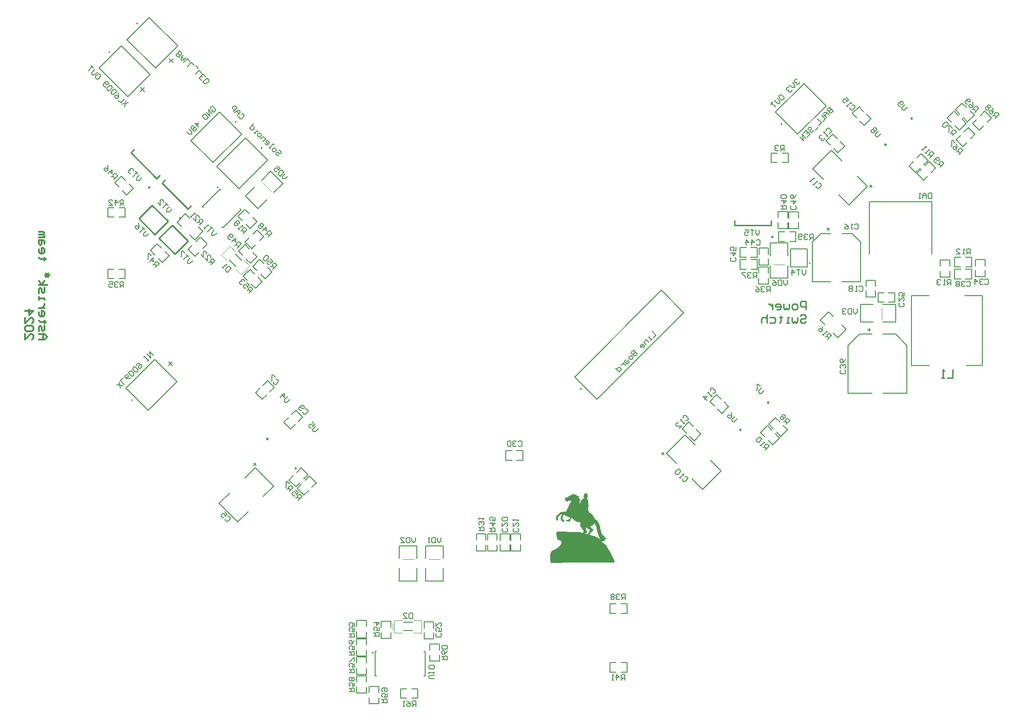
<source format=gbr>
%TF.GenerationSoftware,Altium Limited,Altium Designer,21.8.1 (53)*%
G04 Layer_Color=65535*
%FSLAX42Y42*%
%MOMM*%
%TF.SameCoordinates,A14AC2FF-552C-49EE-99B9-5FADE3BE6FDA*%
%TF.FilePolarity,Positive*%
%TF.FileFunction,Legend,Bot*%
%TF.Part,Single*%
G01*
G75*
%TA.AperFunction,NonConductor*%
%ADD79C,0.20*%
%ADD80C,0.25*%
%ADD81C,0.13*%
%ADD82C,0.15*%
%ADD83C,0.25*%
%ADD84C,0.12*%
%ADD85C,0.30*%
G36*
X21471Y15016D02*
X21472Y15015D01*
X21472Y15014D01*
X21475Y15013D01*
X21476Y15012D01*
X21478Y15011D01*
X21479Y15012D01*
X21479Y15013D01*
X21480Y15015D01*
X21483Y15013D01*
X21488Y15008D01*
X21491Y15007D01*
X21492Y15006D01*
X21494Y15005D01*
X21495Y15004D01*
X21496Y15003D01*
X21499Y15001D01*
X21500Y15000D01*
X21501Y14999D01*
X21502Y14999D01*
X21503Y14998D01*
X21503Y14997D01*
X21505Y14996D01*
X21505Y14995D01*
X21506Y14995D01*
X21506Y14994D01*
X21507Y14993D01*
X21508Y14992D01*
X21509Y14991D01*
X21513Y14982D01*
X21514Y14978D01*
X21515Y14976D01*
X21515Y14972D01*
X21516Y14965D01*
X21515Y14951D01*
X21515Y14949D01*
X21513Y14947D01*
X21512Y14942D01*
X21512Y14941D01*
X21512Y14933D01*
X21511Y14932D01*
X21510Y14930D01*
X21509Y14929D01*
X21508Y14926D01*
X21507Y14924D01*
X21507Y14923D01*
X21505Y14922D01*
X21505Y14921D01*
X21504Y14920D01*
X21501Y14920D01*
X21497Y14920D01*
X21494Y14922D01*
X21493Y14922D01*
X21491Y14921D01*
X21491Y14919D01*
X21492Y14919D01*
X21494Y14918D01*
X21497Y14916D01*
X21501Y14913D01*
X21503Y14912D01*
X21504Y14911D01*
X21506Y14909D01*
X21507Y14908D01*
X21508Y14907D01*
X21508Y14906D01*
X21509Y14905D01*
X21510Y14903D01*
X21513Y14897D01*
X21515Y14893D01*
X21515Y14891D01*
X21516Y14884D01*
X21517Y14881D01*
X21517Y14878D01*
X21517Y14874D01*
X21518Y14871D01*
X21518Y14869D01*
X21519Y14867D01*
X21519Y14862D01*
X21520Y14857D01*
X21520Y14855D01*
X21521Y14853D01*
X21521Y14849D01*
X21522Y14844D01*
X21522Y14842D01*
X21523Y14840D01*
X21523Y14834D01*
X21524Y14828D01*
X21525Y14822D01*
X21525Y14819D01*
X21526Y14812D01*
X21526Y14807D01*
X21526Y14804D01*
X21527Y14800D01*
X21527Y14787D01*
X21527Y14759D01*
X21527Y14758D01*
X21526Y14755D01*
X21525Y14751D01*
X21524Y14750D01*
X21523Y14748D01*
X21522Y14747D01*
X21522Y14746D01*
X21518Y14743D01*
X21517Y14742D01*
X21516Y14740D01*
X21516Y14737D01*
X21516Y14736D01*
X21517Y14734D01*
X21517Y14731D01*
X21518Y14728D01*
X21518Y14727D01*
X21519Y14724D01*
X21520Y14718D01*
X21521Y14714D01*
X21522Y14708D01*
X21523Y14706D01*
X21523Y14705D01*
X21524Y14701D01*
X21525Y14696D01*
X21526Y14692D01*
X21527Y14690D01*
X21527Y14688D01*
X21528Y14686D01*
X21529Y14683D01*
X21530Y14680D01*
X21532Y14676D01*
X21533Y14674D01*
X21534Y14672D01*
X21536Y14668D01*
X21537Y14666D01*
X21541Y14658D01*
X21543Y14655D01*
X21544Y14654D01*
X21544Y14653D01*
X21545Y14652D01*
X21546Y14651D01*
X21547Y14650D01*
X21547Y14649D01*
X21549Y14647D01*
X21552Y14645D01*
X21554Y14645D01*
X21557Y14645D01*
X21559Y14643D01*
X21561Y14643D01*
X21564Y14642D01*
X21564Y14642D01*
X21566Y14641D01*
X21568Y14640D01*
X21569Y14639D01*
X21572Y14638D01*
X21573Y14637D01*
X21576Y14635D01*
X21579Y14633D01*
X21581Y14631D01*
X21582Y14631D01*
X21583Y14630D01*
X21584Y14629D01*
X21585Y14628D01*
X21588Y14626D01*
X21588Y14626D01*
X21589Y14625D01*
X21590Y14624D01*
X21590Y14624D01*
X21591Y14623D01*
X21595Y14619D01*
X21595Y14618D01*
X21596Y14617D01*
X21597Y14616D01*
X21599Y14614D01*
X21600Y14612D01*
X21600Y14611D01*
X21602Y14609D01*
X21603Y14608D01*
X21604Y14606D01*
X21606Y14603D01*
X21606Y14602D01*
X21610Y14595D01*
X21612Y14591D01*
X21615Y14587D01*
X21616Y14586D01*
X21617Y14585D01*
X21620Y14579D01*
X21621Y14578D01*
X21624Y14572D01*
X21625Y14571D01*
X21626Y14570D01*
X21627Y14568D01*
X21629Y14565D01*
X21631Y14562D01*
X21635Y14554D01*
X21636Y14552D01*
X21636Y14551D01*
X21637Y14550D01*
X21638Y14547D01*
X21640Y14545D01*
X21640Y14542D01*
X21641Y14542D01*
X21642Y14539D01*
X21643Y14536D01*
X21644Y14533D01*
X21645Y14531D01*
X21645Y14530D01*
X21646Y14530D01*
X21648Y14529D01*
X21650Y14529D01*
X21652Y14528D01*
X21655Y14527D01*
X21658Y14526D01*
X21659Y14525D01*
X21663Y14524D01*
X21663Y14523D01*
X21666Y14522D01*
X21667Y14521D01*
X21669Y14520D01*
X21671Y14518D01*
X21672Y14518D01*
X21672Y14517D01*
X21673Y14517D01*
X21675Y14514D01*
X21677Y14513D01*
X21678Y14512D01*
X21679Y14511D01*
X21679Y14511D01*
X21681Y14509D01*
X21681Y14509D01*
X21682Y14508D01*
X21683Y14507D01*
X21683Y14507D01*
X21684Y14506D01*
X21685Y14506D01*
X21685Y14505D01*
X21687Y14503D01*
X21687Y14502D01*
X21688Y14502D01*
X21689Y14499D01*
X21690Y14498D01*
X21692Y14496D01*
X21695Y14492D01*
X21695Y14490D01*
X21696Y14489D01*
X21697Y14486D01*
X21698Y14484D01*
X21699Y14481D01*
X21700Y14480D01*
X21701Y14478D01*
X21702Y14477D01*
X21703Y14475D01*
X21704Y14474D01*
X21706Y14471D01*
X21708Y14467D01*
X21709Y14466D01*
X21709Y14465D01*
X21711Y14463D01*
X21712Y14461D01*
X21714Y14458D01*
X21715Y14457D01*
X21715Y14455D01*
X21716Y14454D01*
X21717Y14452D01*
X21718Y14451D01*
X21718Y14450D01*
X21723Y14440D01*
X21724Y14438D01*
X21724Y14438D01*
X21725Y14435D01*
X21727Y14431D01*
X21727Y14429D01*
X21729Y14425D01*
X21730Y14423D01*
X21731Y14419D01*
X21732Y14417D01*
X21733Y14415D01*
X21733Y14413D01*
X21734Y14411D01*
X21735Y14408D01*
X21736Y14405D01*
X21737Y14403D01*
X21737Y14400D01*
X21738Y14397D01*
X21739Y14393D01*
X21739Y14391D01*
X21740Y14386D01*
X21741Y14381D01*
X21741Y14375D01*
X21742Y14372D01*
X21742Y14369D01*
X21742Y14368D01*
X21743Y14365D01*
X21744Y14361D01*
X21744Y14360D01*
X21745Y14355D01*
X21746Y14349D01*
X21747Y14345D01*
X21748Y14341D01*
X21749Y14339D01*
X21749Y14337D01*
X21750Y14332D01*
X21751Y14329D01*
X21752Y14326D01*
X21752Y14324D01*
X21753Y14322D01*
X21754Y14317D01*
X21754Y14316D01*
X21755Y14313D01*
X21756Y14310D01*
X21757Y14307D01*
X21758Y14305D01*
X21758Y14302D01*
X21759Y14300D01*
X21760Y14296D01*
X21761Y14293D01*
X21762Y14292D01*
X21762Y14289D01*
X21763Y14289D01*
X21764Y14285D01*
X21766Y14281D01*
X21766Y14280D01*
X21768Y14276D01*
X21769Y14273D01*
X21769Y14273D01*
X21770Y14271D01*
X21775Y14261D01*
X21776Y14260D01*
X21776Y14258D01*
X21778Y14257D01*
X21779Y14255D01*
X21782Y14251D01*
X21784Y14249D01*
X21784Y14249D01*
X21785Y14248D01*
X21785Y14248D01*
X21786Y14247D01*
X21790Y14244D01*
X21790Y14243D01*
X21795Y14239D01*
X21796Y14239D01*
X21805Y14230D01*
X21805Y14229D01*
X21806Y14229D01*
X21806Y14228D01*
X21807Y14227D01*
X21807Y14226D01*
X21808Y14226D01*
X21808Y14225D01*
X21811Y14223D01*
X21811Y14222D01*
X21813Y14220D01*
X21814Y14219D01*
X21815Y14218D01*
X21815Y14217D01*
X21816Y14217D01*
X21818Y14214D01*
X21819Y14213D01*
X21822Y14208D01*
X21825Y14205D01*
X21826Y14204D01*
X21830Y14200D01*
X21831Y14200D01*
X21831Y14199D01*
X21832Y14198D01*
X21832Y14198D01*
X21838Y14192D01*
X21839Y14192D01*
X21842Y14189D01*
X21843Y14188D01*
X21845Y14187D01*
X21846Y14186D01*
X21847Y14184D01*
X21848Y14184D01*
X21849Y14183D01*
X21852Y14181D01*
X21852Y14180D01*
X21850Y14178D01*
X21848Y14176D01*
X21843Y14174D01*
X21840Y14170D01*
X21838Y14170D01*
X21834Y14172D01*
X21831Y14173D01*
X21829Y14174D01*
X21827Y14174D01*
X21823Y14176D01*
X21821Y14175D01*
X21820Y14173D01*
X21822Y14170D01*
X21823Y14170D01*
X21824Y14168D01*
X21826Y14167D01*
X21827Y14166D01*
X21829Y14165D01*
X21830Y14164D01*
X21834Y14163D01*
X21837Y14162D01*
X21838Y14161D01*
X21837Y14160D01*
X21832Y14160D01*
X21832Y14158D01*
X21832Y14158D01*
X21835Y14156D01*
X21838Y14156D01*
X21840Y14155D01*
X21840Y14155D01*
X21839Y14154D01*
X21833Y14153D01*
X21830Y14152D01*
X21829Y14152D01*
X21826Y14151D01*
X21825Y14150D01*
X21828Y14142D01*
X21828Y14140D01*
X21824Y14139D01*
X21822Y14138D01*
X21819Y14138D01*
X21811Y14138D01*
X21807Y14139D01*
X21806Y14138D01*
X21804Y14137D01*
X21803Y14136D01*
X21804Y14135D01*
X21805Y14134D01*
X21805Y14132D01*
X21805Y14131D01*
X21803Y14130D01*
X21801Y14130D01*
X21798Y14129D01*
X21793Y14129D01*
X21787Y14128D01*
X21776Y14128D01*
X21775Y14129D01*
X21770Y14129D01*
X21767Y14130D01*
X21766Y14130D01*
X21767Y14128D01*
X21769Y14126D01*
X21770Y14124D01*
X21771Y14124D01*
X21772Y14123D01*
X21772Y14122D01*
X21774Y14120D01*
X21775Y14119D01*
X21776Y14119D01*
X21776Y14118D01*
X21777Y14117D01*
X21793Y14101D01*
X21794Y14100D01*
X21798Y14097D01*
X21798Y14096D01*
X21800Y14094D01*
X21801Y14094D01*
X21801Y14093D01*
X21802Y14093D01*
X21805Y14091D01*
X21806Y14090D01*
X21807Y14088D01*
X21808Y14088D01*
X21810Y14087D01*
X21812Y14086D01*
X21812Y14085D01*
X21815Y14083D01*
X21815Y14083D01*
X21818Y14081D01*
X21818Y14080D01*
X21821Y14079D01*
X21824Y14077D01*
X21824Y14077D01*
X21826Y14076D01*
X21827Y14075D01*
X21829Y14074D01*
X21830Y14074D01*
X21831Y14073D01*
X21834Y14072D01*
X21837Y14070D01*
X21838Y14070D01*
X21839Y14068D01*
X21840Y14066D01*
X21841Y14065D01*
X21842Y14063D01*
X21845Y14059D01*
X21847Y14057D01*
X21851Y14050D01*
X21854Y14046D01*
X21854Y14045D01*
X21855Y14044D01*
X21856Y14042D01*
X21857Y14041D01*
X21859Y14038D01*
X21862Y14034D01*
X21862Y14033D01*
X21863Y14032D01*
X21865Y14029D01*
X21868Y14024D01*
X21868Y14023D01*
X21870Y14022D01*
X21870Y14020D01*
X21872Y14019D01*
X21873Y14016D01*
X21875Y14014D01*
X21876Y14013D01*
X21876Y14011D01*
X21878Y14009D01*
X21878Y14007D01*
X21880Y14006D01*
X21880Y14004D01*
X21882Y14003D01*
X21882Y14001D01*
X21884Y13999D01*
X21885Y13997D01*
X21887Y13994D01*
X21888Y13993D01*
X21891Y13987D01*
X21892Y13986D01*
X21897Y13977D01*
X21898Y13976D01*
X21903Y13967D01*
X21904Y13966D01*
X21905Y13964D01*
X21906Y13963D01*
X21908Y13960D01*
X21909Y13957D01*
X21910Y13956D01*
X21911Y13954D01*
X21912Y13953D01*
X21914Y13949D01*
X21916Y13946D01*
X21918Y13942D01*
X21920Y13939D01*
X21922Y13935D01*
X21923Y13935D01*
X21923Y13933D01*
X21924Y13932D01*
X21925Y13930D01*
X21927Y13927D01*
X21927Y13926D01*
X21928Y13925D01*
X21929Y13923D01*
X21929Y13922D01*
X21930Y13921D01*
X21931Y13919D01*
X21932Y13918D01*
X21932Y13917D01*
X21936Y13910D01*
X21938Y13907D01*
X21942Y13899D01*
X21945Y13895D01*
X21945Y13893D01*
X21946Y13893D01*
X21947Y13890D01*
X21948Y13888D01*
X21949Y13887D01*
X21950Y13885D01*
X21951Y13884D01*
X21952Y13881D01*
X21953Y13879D01*
X21954Y13877D01*
X21954Y13876D01*
X21955Y13876D01*
X21956Y13873D01*
X21957Y13870D01*
X21966Y13852D01*
X21967Y13851D01*
X21968Y13849D01*
X21970Y13845D01*
X21970Y13844D01*
X21971Y13842D01*
X21972Y13840D01*
X21974Y13837D01*
X21974Y13835D01*
X21975Y13834D01*
X21976Y13832D01*
X21976Y13831D01*
X21977Y13830D01*
X21978Y13826D01*
X21980Y13824D01*
X21980Y13822D01*
X21982Y13817D01*
X21984Y13814D01*
X21985Y13811D01*
X21985Y13810D01*
X21986Y13807D01*
X21988Y13803D01*
X21988Y13801D01*
X21990Y13799D01*
X21990Y13796D01*
X21992Y13793D01*
X21992Y13791D01*
X21994Y13787D01*
X21995Y13785D01*
X21996Y13782D01*
X21996Y13781D01*
X21997Y13778D01*
X21998Y13776D01*
X21999Y13771D01*
X22000Y13769D01*
X22001Y13765D01*
X22002Y13760D01*
X22003Y13757D01*
X22003Y13755D01*
X22003Y13740D01*
X22002Y13739D01*
X21999Y13738D01*
X21664Y13738D01*
X21663Y13737D01*
X21487Y13737D01*
X21486Y13737D01*
X21377Y13736D01*
X21377Y13737D01*
X21375Y13736D01*
X21048Y13736D01*
X21047Y13735D01*
X20879Y13735D01*
X20878Y13734D01*
X20873Y13735D01*
X20840Y13734D01*
X20839Y13735D01*
X20837Y13739D01*
X20836Y13745D01*
X20835Y13750D01*
X20835Y13753D01*
X20834Y13756D01*
X20833Y13758D01*
X20833Y13760D01*
X20833Y13764D01*
X20832Y13769D01*
X20831Y13771D01*
X20830Y13777D01*
X20830Y13781D01*
X20829Y13783D01*
X20829Y13785D01*
X20829Y13791D01*
X20828Y13794D01*
X20827Y13799D01*
X20827Y13803D01*
X20826Y13811D01*
X20826Y13822D01*
X20825Y13834D01*
X20825Y13862D01*
X20826Y13863D01*
X20826Y13870D01*
X20827Y13874D01*
X20827Y13880D01*
X20827Y13881D01*
X20828Y13883D01*
X20829Y13889D01*
X20829Y13892D01*
X20830Y13894D01*
X20830Y13897D01*
X20832Y13902D01*
X20833Y13904D01*
X20833Y13908D01*
X20835Y13912D01*
X20835Y13914D01*
X20836Y13915D01*
X20837Y13918D01*
X20838Y13920D01*
X20839Y13923D01*
X20844Y13933D01*
X20846Y13936D01*
X20847Y13937D01*
X20848Y13939D01*
X20852Y13944D01*
X20853Y13945D01*
X20853Y13946D01*
X20855Y13948D01*
X20856Y13949D01*
X20859Y13952D01*
X20860Y13953D01*
X20862Y13955D01*
X20863Y13955D01*
X20864Y13956D01*
X20865Y13957D01*
X20866Y13958D01*
X20868Y13959D01*
X20873Y13962D01*
X20874Y13963D01*
X20877Y13964D01*
X20879Y13965D01*
X20882Y13966D01*
X20892Y13970D01*
X20893Y13971D01*
X20894Y13972D01*
X20896Y13973D01*
X20898Y13973D01*
X20900Y13974D01*
X20903Y13975D01*
X20903Y13976D01*
X20906Y13977D01*
X20909Y13979D01*
X20919Y13984D01*
X20922Y13985D01*
X20922Y13985D01*
X20923Y13986D01*
X20926Y13987D01*
X20927Y13988D01*
X20929Y13989D01*
X20932Y13991D01*
X20933Y13991D01*
X20934Y13992D01*
X20936Y13993D01*
X20937Y13993D01*
X20938Y13994D01*
X20941Y13996D01*
X20944Y13998D01*
X20945Y13999D01*
X20947Y13999D01*
X20947Y14000D01*
X20950Y14002D01*
X20952Y14003D01*
X20953Y14004D01*
X20955Y14005D01*
X20957Y14006D01*
X20960Y14008D01*
X20961Y14009D01*
X20963Y14010D01*
X20964Y14011D01*
X20966Y14013D01*
X20971Y14017D01*
X20972Y14017D01*
X20973Y14018D01*
X20974Y14019D01*
X20976Y14020D01*
X20978Y14021D01*
X20978Y14022D01*
X20980Y14024D01*
X20981Y14024D01*
X20983Y14026D01*
X20983Y14026D01*
X20987Y14029D01*
X20988Y14030D01*
X20998Y14040D01*
X20999Y14041D01*
X21002Y14044D01*
X21002Y14045D01*
X21004Y14047D01*
X21004Y14048D01*
X21005Y14049D01*
X21006Y14050D01*
X21008Y14053D01*
X21008Y14053D01*
X21010Y14055D01*
X21013Y14061D01*
X21017Y14068D01*
X21017Y14069D01*
X21018Y14069D01*
X21019Y14070D01*
X21021Y14072D01*
X21021Y14073D01*
X21021Y14073D01*
X21022Y14074D01*
X21023Y14075D01*
X21023Y14076D01*
X21024Y14076D01*
X21024Y14077D01*
X21026Y14079D01*
X21027Y14081D01*
X21028Y14082D01*
X21029Y14084D01*
X21030Y14085D01*
X21031Y14088D01*
X21032Y14090D01*
X21033Y14094D01*
X21034Y14097D01*
X21035Y14106D01*
X21034Y14112D01*
X21033Y14114D01*
X21033Y14116D01*
X21032Y14118D01*
X21031Y14119D01*
X21030Y14121D01*
X21029Y14122D01*
X21029Y14123D01*
X21027Y14125D01*
X21026Y14126D01*
X21021Y14131D01*
X21020Y14132D01*
X21019Y14133D01*
X21018Y14133D01*
X21015Y14136D01*
X21014Y14136D01*
X21013Y14137D01*
X21011Y14138D01*
X21010Y14139D01*
X21007Y14140D01*
X21006Y14141D01*
X21004Y14142D01*
X21002Y14143D01*
X20999Y14145D01*
X20998Y14145D01*
X20996Y14147D01*
X20993Y14148D01*
X20992Y14149D01*
X20990Y14150D01*
X20989Y14151D01*
X20987Y14152D01*
X20982Y14154D01*
X20978Y14156D01*
X20977Y14156D01*
X20973Y14158D01*
X20969Y14158D01*
X20967Y14159D01*
X20964Y14160D01*
X20957Y14160D01*
X20953Y14161D01*
X20951Y14162D01*
X20952Y14181D01*
X20951Y14195D01*
X20951Y14202D01*
X20950Y14206D01*
X20950Y14210D01*
X20949Y14212D01*
X20948Y14218D01*
X20947Y14221D01*
X20947Y14224D01*
X20945Y14228D01*
X20945Y14230D01*
X20943Y14234D01*
X20942Y14235D01*
X20941Y14236D01*
X20940Y14239D01*
X20939Y14241D01*
X20938Y14256D01*
X20939Y14258D01*
X20939Y14270D01*
X20940Y14271D01*
X20940Y14273D01*
X20940Y14276D01*
X20941Y14278D01*
X20941Y14281D01*
X20942Y14283D01*
X20943Y14286D01*
X20945Y14290D01*
X20945Y14292D01*
X20946Y14293D01*
X20947Y14295D01*
X20948Y14296D01*
X20950Y14298D01*
X20953Y14302D01*
X20957Y14304D01*
X20968Y14304D01*
X21017Y14305D01*
X21107Y14304D01*
X21108Y14304D01*
X21124Y14303D01*
X21125Y14303D01*
X21147Y14302D01*
X21152Y14302D01*
X21156Y14301D01*
X21160Y14301D01*
X21165Y14301D01*
X21178Y14300D01*
X21182Y14300D01*
X21214Y14301D01*
X21226Y14301D01*
X21240Y14302D01*
X21306Y14302D01*
X21307Y14302D01*
X21322Y14301D01*
X21340Y14300D01*
X21344Y14300D01*
X21347Y14299D01*
X21353Y14299D01*
X21358Y14298D01*
X21360Y14298D01*
X21362Y14297D01*
X21364Y14296D01*
X21367Y14296D01*
X21372Y14294D01*
X21375Y14294D01*
X21378Y14293D01*
X21381Y14292D01*
X21384Y14292D01*
X21387Y14291D01*
X21389Y14290D01*
X21391Y14290D01*
X21394Y14289D01*
X21395Y14288D01*
X21400Y14287D01*
X21403Y14286D01*
X21406Y14286D01*
X21411Y14284D01*
X21415Y14284D01*
X21418Y14285D01*
X21422Y14288D01*
X21424Y14289D01*
X21430Y14294D01*
X21434Y14298D01*
X21438Y14306D01*
X21438Y14310D01*
X21439Y14311D01*
X21439Y14313D01*
X21439Y14318D01*
X21438Y14320D01*
X21437Y14323D01*
X21436Y14326D01*
X21435Y14326D01*
X21434Y14328D01*
X21434Y14329D01*
X21431Y14331D01*
X21430Y14332D01*
X21429Y14333D01*
X21428Y14333D01*
X21423Y14338D01*
X21423Y14339D01*
X21422Y14339D01*
X21421Y14341D01*
X21419Y14343D01*
X21419Y14343D01*
X21418Y14345D01*
X21417Y14346D01*
X21415Y14347D01*
X21415Y14348D01*
X21414Y14349D01*
X21414Y14350D01*
X21412Y14352D01*
X21410Y14355D01*
X21409Y14355D01*
X21408Y14357D01*
X21406Y14360D01*
X21406Y14361D01*
X21404Y14364D01*
X21402Y14368D01*
X21401Y14370D01*
X21401Y14371D01*
X21399Y14373D01*
X21399Y14375D01*
X21398Y14376D01*
X21397Y14378D01*
X21397Y14380D01*
X21395Y14381D01*
X21394Y14383D01*
X21393Y14384D01*
X21392Y14386D01*
X21390Y14389D01*
X21389Y14391D01*
X21386Y14396D01*
X21383Y14403D01*
X21381Y14407D01*
X21380Y14410D01*
X21379Y14412D01*
X21379Y14415D01*
X21378Y14419D01*
X21377Y14421D01*
X21377Y14423D01*
X21376Y14426D01*
X21375Y14428D01*
X21375Y14430D01*
X21375Y14434D01*
X21373Y14443D01*
X21374Y14453D01*
X21374Y14454D01*
X21375Y14456D01*
X21375Y14458D01*
X21376Y14459D01*
X21377Y14461D01*
X21378Y14462D01*
X21381Y14463D01*
X21383Y14465D01*
X21384Y14465D01*
X21385Y14466D01*
X21387Y14468D01*
X21388Y14468D01*
X21389Y14469D01*
X21388Y14469D01*
X21386Y14470D01*
X21383Y14471D01*
X21382Y14471D01*
X21377Y14472D01*
X21375Y14472D01*
X21373Y14473D01*
X21371Y14473D01*
X21367Y14474D01*
X21363Y14475D01*
X21362Y14476D01*
X21358Y14476D01*
X21356Y14477D01*
X21354Y14478D01*
X21350Y14478D01*
X21347Y14479D01*
X21344Y14480D01*
X21340Y14481D01*
X21336Y14482D01*
X21332Y14484D01*
X21329Y14484D01*
X21325Y14486D01*
X21322Y14486D01*
X21320Y14487D01*
X21318Y14488D01*
X21312Y14490D01*
X21311Y14490D01*
X21307Y14492D01*
X21305Y14493D01*
X21304Y14493D01*
X21303Y14494D01*
X21301Y14495D01*
X21300Y14496D01*
X21298Y14496D01*
X21293Y14498D01*
X21291Y14499D01*
X21287Y14502D01*
X21284Y14503D01*
X21284Y14504D01*
X21281Y14505D01*
X21278Y14508D01*
X21275Y14510D01*
X21274Y14511D01*
X21273Y14513D01*
X21272Y14513D01*
X21270Y14514D01*
X21270Y14515D01*
X21268Y14516D01*
X21267Y14517D01*
X21265Y14518D01*
X21264Y14519D01*
X21263Y14521D01*
X21262Y14521D01*
X21260Y14523D01*
X21259Y14523D01*
X21256Y14527D01*
X21255Y14527D01*
X21252Y14530D01*
X21251Y14531D01*
X21247Y14535D01*
X21246Y14535D01*
X21246Y14536D01*
X21244Y14537D01*
X21242Y14539D01*
X21241Y14540D01*
X21241Y14541D01*
X21240Y14542D01*
X21236Y14545D01*
X21236Y14546D01*
X21235Y14547D01*
X21234Y14547D01*
X21231Y14548D01*
X21228Y14549D01*
X21226Y14549D01*
X21224Y14550D01*
X21222Y14550D01*
X21220Y14548D01*
X21219Y14547D01*
X21218Y14547D01*
X21217Y14545D01*
X21215Y14544D01*
X21215Y14543D01*
X21214Y14543D01*
X21212Y14540D01*
X21211Y14539D01*
X21210Y14538D01*
X21210Y14537D01*
X21206Y14534D01*
X21205Y14533D01*
X21204Y14531D01*
X21203Y14530D01*
X21202Y14529D01*
X21201Y14528D01*
X21200Y14526D01*
X21198Y14523D01*
X21196Y14519D01*
X21193Y14514D01*
X21193Y14509D01*
X21192Y14508D01*
X21192Y14505D01*
X21191Y14503D01*
X21191Y14500D01*
X21190Y14497D01*
X21189Y14494D01*
X21187Y14493D01*
X21187Y14492D01*
X21186Y14490D01*
X21185Y14490D01*
X21181Y14488D01*
X21179Y14489D01*
X21176Y14490D01*
X21172Y14492D01*
X21171Y14492D01*
X21169Y14493D01*
X21166Y14494D01*
X21162Y14495D01*
X21158Y14496D01*
X21154Y14496D01*
X21146Y14496D01*
X21133Y14497D01*
X21132Y14497D01*
X21130Y14498D01*
X21127Y14498D01*
X21125Y14499D01*
X21121Y14500D01*
X21120Y14501D01*
X21118Y14502D01*
X21115Y14504D01*
X21115Y14504D01*
X21114Y14505D01*
X21114Y14506D01*
X21112Y14507D01*
X21111Y14510D01*
X21110Y14512D01*
X21111Y14514D01*
X21113Y14516D01*
X21115Y14517D01*
X21118Y14518D01*
X21126Y14518D01*
X21134Y14519D01*
X21137Y14519D01*
X21141Y14520D01*
X21147Y14521D01*
X21149Y14521D01*
X21153Y14522D01*
X21155Y14523D01*
X21157Y14523D01*
X21158Y14524D01*
X21160Y14525D01*
X21162Y14525D01*
X21163Y14526D01*
X21165Y14527D01*
X21166Y14528D01*
X21167Y14529D01*
X21170Y14531D01*
X21174Y14535D01*
X21174Y14535D01*
X21175Y14536D01*
X21176Y14537D01*
X21177Y14538D01*
X21178Y14539D01*
X21179Y14539D01*
X21180Y14541D01*
X21181Y14542D01*
X21182Y14542D01*
X21182Y14543D01*
X21183Y14543D01*
X21183Y14544D01*
X21185Y14546D01*
X21186Y14547D01*
X21187Y14548D01*
X21188Y14551D01*
X21189Y14551D01*
X21190Y14554D01*
X21193Y14560D01*
X21194Y14562D01*
X21194Y14565D01*
X21192Y14565D01*
X21183Y14566D01*
X21181Y14566D01*
X21174Y14567D01*
X21171Y14568D01*
X21169Y14569D01*
X21165Y14570D01*
X21163Y14571D01*
X21160Y14572D01*
X21159Y14573D01*
X21157Y14574D01*
X21156Y14574D01*
X21155Y14575D01*
X21153Y14577D01*
X21152Y14577D01*
X21151Y14578D01*
X21149Y14580D01*
X21148Y14580D01*
X21147Y14581D01*
X21145Y14583D01*
X21142Y14584D01*
X21141Y14585D01*
X21138Y14587D01*
X21135Y14589D01*
X21128Y14592D01*
X21124Y14594D01*
X21121Y14594D01*
X21118Y14596D01*
X21112Y14596D01*
X21110Y14597D01*
X21108Y14598D01*
X21106Y14599D01*
X21105Y14599D01*
X21103Y14600D01*
X21101Y14600D01*
X21097Y14602D01*
X21093Y14604D01*
X21091Y14605D01*
X21089Y14606D01*
X21086Y14607D01*
X21086Y14608D01*
X21083Y14609D01*
X21082Y14610D01*
X21080Y14611D01*
X21079Y14611D01*
X21078Y14612D01*
X21075Y14614D01*
X21072Y14616D01*
X21068Y14616D01*
X21066Y14614D01*
X21065Y14613D01*
X21065Y14611D01*
X21063Y14608D01*
X21063Y14607D01*
X21062Y14603D01*
X21062Y14601D01*
X21061Y14599D01*
X21061Y14593D01*
X21060Y14590D01*
X21059Y14589D01*
X21059Y14584D01*
X21058Y14577D01*
X21057Y14572D01*
X21058Y14562D01*
X21058Y14561D01*
X21058Y14556D01*
X21058Y14554D01*
X21058Y14550D01*
X21057Y14549D01*
X21057Y14547D01*
X21055Y14545D01*
X21054Y14543D01*
X21052Y14543D01*
X21049Y14542D01*
X21049Y14542D01*
X21049Y14539D01*
X21051Y14537D01*
X21054Y14537D01*
X21062Y14536D01*
X21062Y14535D01*
X21065Y14534D01*
X21066Y14532D01*
X21068Y14528D01*
X21070Y14527D01*
X21072Y14526D01*
X21073Y14526D01*
X21075Y14526D01*
X21076Y14526D01*
X21077Y14524D01*
X21078Y14520D01*
X21078Y14518D01*
X21079Y14516D01*
X21079Y14513D01*
X21080Y14508D01*
X21080Y14506D01*
X21081Y14503D01*
X21081Y14489D01*
X21080Y14486D01*
X21079Y14481D01*
X21078Y14480D01*
X21078Y14480D01*
X21077Y14479D01*
X21076Y14479D01*
X21073Y14480D01*
X21072Y14481D01*
X21071Y14482D01*
X21065Y14485D01*
X21065Y14486D01*
X21063Y14486D01*
X21062Y14487D01*
X21059Y14489D01*
X21058Y14489D01*
X21054Y14491D01*
X21051Y14493D01*
X21049Y14495D01*
X21047Y14497D01*
X21046Y14498D01*
X21044Y14498D01*
X21041Y14499D01*
X21040Y14500D01*
X21039Y14500D01*
X21038Y14501D01*
X21037Y14501D01*
X21037Y14502D01*
X21035Y14504D01*
X21033Y14508D01*
X21033Y14510D01*
X21032Y14514D01*
X21031Y14516D01*
X21030Y14519D01*
X21030Y14522D01*
X21029Y14525D01*
X21028Y14526D01*
X21028Y14529D01*
X21027Y14529D01*
X21026Y14532D01*
X21025Y14534D01*
X21024Y14537D01*
X21024Y14537D01*
X21023Y14538D01*
X21021Y14541D01*
X21021Y14541D01*
X21018Y14547D01*
X21017Y14553D01*
X21018Y14557D01*
X21018Y14560D01*
X21019Y14562D01*
X21020Y14565D01*
X21024Y14574D01*
X21026Y14578D01*
X21027Y14580D01*
X21028Y14583D01*
X21029Y14586D01*
X21030Y14586D01*
X21031Y14589D01*
X21032Y14593D01*
X21033Y14596D01*
X21034Y14599D01*
X21035Y14603D01*
X21035Y14604D01*
X21036Y14606D01*
X21036Y14608D01*
X21037Y14617D01*
X21038Y14620D01*
X21038Y14623D01*
X21037Y14624D01*
X21035Y14624D01*
X21032Y14622D01*
X21028Y14622D01*
X21026Y14621D01*
X21024Y14620D01*
X21022Y14620D01*
X21019Y14618D01*
X21017Y14617D01*
X21013Y14615D01*
X21009Y14612D01*
X21006Y14610D01*
X21004Y14608D01*
X21003Y14608D01*
X20995Y14599D01*
X20994Y14599D01*
X20994Y14598D01*
X20993Y14597D01*
X20993Y14597D01*
X20992Y14596D01*
X20987Y14591D01*
X20987Y14590D01*
X20983Y14587D01*
X20983Y14586D01*
X20981Y14584D01*
X20981Y14584D01*
X20979Y14582D01*
X20979Y14582D01*
X20978Y14580D01*
X20976Y14578D01*
X20975Y14576D01*
X20974Y14575D01*
X20973Y14573D01*
X20973Y14573D01*
X20969Y14569D01*
X20968Y14569D01*
X20967Y14568D01*
X20964Y14567D01*
X20963Y14566D01*
X20961Y14567D01*
X20959Y14567D01*
X20959Y14565D01*
X20960Y14563D01*
X20964Y14561D01*
X20965Y14560D01*
X20965Y14559D01*
X20967Y14558D01*
X20967Y14556D01*
X20968Y14553D01*
X20968Y14553D01*
X20969Y14550D01*
X20970Y14549D01*
X20971Y14549D01*
X20972Y14548D01*
X20975Y14547D01*
X20975Y14544D01*
X20974Y14542D01*
X20974Y14540D01*
X20973Y14537D01*
X20972Y14535D01*
X20971Y14532D01*
X20971Y14529D01*
X20970Y14527D01*
X20969Y14523D01*
X20967Y14520D01*
X20967Y14518D01*
X20965Y14514D01*
X20964Y14512D01*
X20962Y14508D01*
X20960Y14506D01*
X20958Y14505D01*
X20956Y14507D01*
X20954Y14509D01*
X20953Y14509D01*
X20953Y14510D01*
X20949Y14514D01*
X20948Y14514D01*
X20947Y14516D01*
X20947Y14517D01*
X20943Y14523D01*
X20942Y14523D01*
X20941Y14524D01*
X20940Y14527D01*
X20938Y14529D01*
X20937Y14529D01*
X20936Y14530D01*
X20935Y14531D01*
X20932Y14534D01*
X20931Y14537D01*
X20931Y14544D01*
X20932Y14546D01*
X20932Y14548D01*
X20933Y14553D01*
X20934Y14558D01*
X20934Y14562D01*
X20934Y14576D01*
X20934Y14577D01*
X20934Y14583D01*
X20934Y14584D01*
X20935Y14589D01*
X20935Y14590D01*
X20936Y14591D01*
X20937Y14594D01*
X20938Y14594D01*
X20940Y14596D01*
X20944Y14598D01*
X20947Y14599D01*
X20954Y14603D01*
X20957Y14605D01*
X20958Y14606D01*
X20961Y14607D01*
X20967Y14611D01*
X20970Y14614D01*
X20971Y14615D01*
X20972Y14616D01*
X20974Y14618D01*
X20976Y14620D01*
X20977Y14620D01*
X20978Y14621D01*
X20978Y14622D01*
X20979Y14623D01*
X20980Y14624D01*
X20981Y14624D01*
X20981Y14625D01*
X20985Y14628D01*
X20986Y14629D01*
X20990Y14633D01*
X20991Y14634D01*
X20992Y14634D01*
X20992Y14635D01*
X21002Y14644D01*
X21002Y14645D01*
X21004Y14647D01*
X21004Y14648D01*
X21006Y14649D01*
X21007Y14650D01*
X21008Y14651D01*
X21009Y14652D01*
X21010Y14653D01*
X21012Y14655D01*
X21014Y14656D01*
X21018Y14658D01*
X21021Y14659D01*
X21025Y14661D01*
X21028Y14662D01*
X21031Y14662D01*
X21032Y14663D01*
X21042Y14662D01*
X21044Y14662D01*
X21047Y14661D01*
X21048Y14661D01*
X21052Y14665D01*
X21052Y14666D01*
X21053Y14667D01*
X21054Y14668D01*
X21055Y14668D01*
X21055Y14669D01*
X21057Y14670D01*
X21058Y14671D01*
X21060Y14672D01*
X21063Y14673D01*
X21066Y14673D01*
X21072Y14673D01*
X21073Y14673D01*
X21077Y14672D01*
X21082Y14671D01*
X21085Y14671D01*
X21089Y14670D01*
X21093Y14670D01*
X21098Y14669D01*
X21116Y14669D01*
X21118Y14670D01*
X21121Y14670D01*
X21124Y14672D01*
X21125Y14674D01*
X21125Y14679D01*
X21125Y14680D01*
X21126Y14684D01*
X21127Y14689D01*
X21128Y14694D01*
X21129Y14697D01*
X21129Y14697D01*
X21131Y14701D01*
X21131Y14702D01*
X21132Y14703D01*
X21133Y14705D01*
X21135Y14707D01*
X21135Y14708D01*
X21136Y14710D01*
X21137Y14713D01*
X21138Y14716D01*
X21138Y14718D01*
X21139Y14721D01*
X21139Y14721D01*
X21140Y14724D01*
X21144Y14731D01*
X21146Y14733D01*
X21148Y14736D01*
X21148Y14736D01*
X21149Y14737D01*
X21151Y14739D01*
X21152Y14741D01*
X21153Y14742D01*
X21154Y14744D01*
X21156Y14747D01*
X21158Y14751D01*
X21159Y14753D01*
X21159Y14754D01*
X21161Y14757D01*
X21161Y14759D01*
X21162Y14762D01*
X21163Y14766D01*
X21163Y14770D01*
X21164Y14770D01*
X21165Y14772D01*
X21166Y14775D01*
X21167Y14777D01*
X21167Y14780D01*
X21169Y14782D01*
X21169Y14785D01*
X21170Y14787D01*
X21171Y14788D01*
X21175Y14798D01*
X21176Y14799D01*
X21177Y14803D01*
X21178Y14804D01*
X21182Y14812D01*
X21182Y14812D01*
X21183Y14813D01*
X21183Y14815D01*
X21184Y14816D01*
X21185Y14818D01*
X21186Y14820D01*
X21187Y14821D01*
X21187Y14823D01*
X21189Y14826D01*
X21190Y14828D01*
X21192Y14831D01*
X21193Y14832D01*
X21194Y14834D01*
X21195Y14835D01*
X21196Y14837D01*
X21198Y14838D01*
X21198Y14839D01*
X21199Y14839D01*
X21200Y14840D01*
X21201Y14841D01*
X21201Y14842D01*
X21204Y14845D01*
X21204Y14846D01*
X21205Y14847D01*
X21206Y14849D01*
X21207Y14851D01*
X21208Y14853D01*
X21210Y14854D01*
X21210Y14856D01*
X21211Y14857D01*
X21211Y14857D01*
X21212Y14860D01*
X21212Y14860D01*
X21213Y14861D01*
X21214Y14864D01*
X21214Y14866D01*
X21214Y14867D01*
X21208Y14867D01*
X21204Y14869D01*
X21203Y14870D01*
X21202Y14870D01*
X21197Y14873D01*
X21189Y14873D01*
X21168Y14873D01*
X21167Y14872D01*
X21163Y14871D01*
X21160Y14870D01*
X21159Y14870D01*
X21156Y14868D01*
X21156Y14868D01*
X21155Y14866D01*
X21154Y14863D01*
X21152Y14861D01*
X21149Y14861D01*
X21147Y14860D01*
X21143Y14860D01*
X21141Y14859D01*
X21140Y14859D01*
X21130Y14858D01*
X21127Y14859D01*
X21126Y14860D01*
X21125Y14861D01*
X21123Y14862D01*
X21121Y14863D01*
X21119Y14864D01*
X21119Y14865D01*
X21118Y14867D01*
X21118Y14871D01*
X21120Y14874D01*
X21119Y14875D01*
X21116Y14874D01*
X21114Y14873D01*
X21107Y14873D01*
X21103Y14874D01*
X21100Y14876D01*
X21099Y14877D01*
X21099Y14877D01*
X21098Y14878D01*
X21097Y14881D01*
Y14882D01*
Y14882D01*
X21097Y14884D01*
X21097Y14891D01*
X21097Y14898D01*
X21098Y14914D01*
X21099Y14917D01*
X21100Y14920D01*
X21101Y14920D01*
X21102Y14922D01*
X21105Y14923D01*
X21107Y14924D01*
X21110Y14924D01*
X21111Y14925D01*
X21114Y14926D01*
X21116Y14927D01*
X21118Y14927D01*
X21120Y14928D01*
X21123Y14928D01*
X21125Y14929D01*
X21127Y14929D01*
X21130Y14930D01*
X21144Y14937D01*
X21152Y14942D01*
X21158Y14945D01*
X21158Y14946D01*
X21160Y14947D01*
X21161Y14948D01*
X21163Y14949D01*
X21164Y14950D01*
X21166Y14951D01*
X21169Y14953D01*
X21171Y14954D01*
X21172Y14955D01*
X21174Y14957D01*
X21177Y14958D01*
X21184Y14962D01*
X21186Y14963D01*
X21190Y14965D01*
X21193Y14965D01*
X21197Y14967D01*
X21199Y14972D01*
X21200Y14973D01*
X21202Y14974D01*
X21203Y14975D01*
X21207Y14975D01*
X21212Y14976D01*
X21224Y14977D01*
X21226Y14978D01*
X21229Y14979D01*
X21231Y14979D01*
X21232Y14980D01*
X21233Y14985D01*
X21234Y14991D01*
X21235Y14997D01*
X21236Y15001D01*
X21236Y15005D01*
X21236Y15013D01*
X21238Y15013D01*
X21240Y15012D01*
X21241Y15009D01*
X21243Y15007D01*
X21243Y15006D01*
X21244Y15005D01*
X21246Y15001D01*
X21247Y15000D01*
X21248Y14999D01*
X21249Y14997D01*
X21250Y14996D01*
X21252Y14993D01*
X21254Y14989D01*
X21255Y14986D01*
X21255Y14985D01*
X21256Y14984D01*
X21257Y14981D01*
X21258Y14980D01*
X21261Y14980D01*
X21262Y14981D01*
X21269Y14981D01*
X21271Y14982D01*
X21277Y14982D01*
X21284Y14982D01*
X21285Y14982D01*
X21288Y14981D01*
X21291Y14980D01*
X21291Y14979D01*
X21295Y14978D01*
X21299Y14977D01*
X21302Y14977D01*
X21304Y14976D01*
X21306Y14975D01*
X21309Y14975D01*
X21311Y14974D01*
X21314Y14971D01*
X21315Y14970D01*
X21316Y14968D01*
X21316Y14965D01*
X21318Y14963D01*
X21321Y14962D01*
X21322Y14961D01*
X21325Y14960D01*
X21329Y14959D01*
X21331Y14958D01*
X21334Y14957D01*
X21335Y14957D01*
X21342Y14953D01*
X21345Y14951D01*
X21346Y14951D01*
X21346Y14950D01*
X21350Y14947D01*
X21352Y14944D01*
X21352Y14942D01*
X21353Y14941D01*
X21353Y14938D01*
X21353Y14936D01*
X21349Y14937D01*
X21348Y14937D01*
X21343Y14938D01*
X21341Y14939D01*
X21339Y14939D01*
X21339Y14937D01*
X21342Y14935D01*
X21343Y14934D01*
X21343Y14934D01*
X21345Y14932D01*
X21346Y14932D01*
X21351Y14927D01*
X21351Y14926D01*
X21352Y14926D01*
X21352Y14925D01*
X21354Y14924D01*
X21356Y14921D01*
X21357Y14918D01*
X21357Y14917D01*
X21358Y14915D01*
X21359Y14912D01*
X21359Y14909D01*
X21367Y14902D01*
X21367Y14901D01*
X21369Y14899D01*
X21369Y14898D01*
X21371Y14896D01*
X21371Y14896D01*
X21373Y14894D01*
X21374Y14892D01*
X21375Y14891D01*
X21375Y14890D01*
X21377Y14888D01*
X21377Y14886D01*
X21378Y14885D01*
X21379Y14882D01*
X21380Y14880D01*
X21380Y14878D01*
X21380Y14876D01*
X21380Y14874D01*
X21379Y14864D01*
X21378Y14864D01*
X21377Y14864D01*
X21376Y14865D01*
X21376Y14865D01*
X21374Y14867D01*
X21371Y14869D01*
X21369Y14869D01*
X21367Y14869D01*
X21367Y14868D01*
X21367Y14862D01*
X21368Y14858D01*
X21368Y14855D01*
X21369Y14853D01*
X21369Y14851D01*
X21368Y14849D01*
X21365Y14849D01*
X21360Y14848D01*
X21359Y14848D01*
X21359Y14846D01*
X21359Y14844D01*
X21360Y14842D01*
X21360Y14839D01*
X21360Y14831D01*
X21357Y14826D01*
X21356Y14826D01*
X21356Y14825D01*
X21354Y14823D01*
X21355Y14821D01*
X21355Y14820D01*
X21360Y14820D01*
X21364Y14822D01*
X21368Y14823D01*
X21370Y14823D01*
X21373Y14823D01*
X21377Y14824D01*
X21378Y14826D01*
X21378Y14836D01*
X21379Y14841D01*
X21379Y14844D01*
X21380Y14846D01*
X21383Y14852D01*
X21384Y14854D01*
X21384Y14855D01*
X21385Y14857D01*
X21390Y14868D01*
X21394Y14874D01*
X21395Y14874D01*
X21396Y14877D01*
X21397Y14878D01*
X21398Y14879D01*
X21399Y14881D01*
X21400Y14882D01*
X21403Y14885D01*
X21404Y14886D01*
X21406Y14887D01*
X21407Y14888D01*
X21408Y14889D01*
X21409Y14890D01*
X21410Y14891D01*
X21411Y14892D01*
X21413Y14893D01*
X21413Y14894D01*
X21415Y14895D01*
X21416Y14895D01*
X21418Y14897D01*
X21419Y14898D01*
X21421Y14900D01*
X21422Y14900D01*
X21422Y14901D01*
X21423Y14901D01*
X21425Y14903D01*
X21427Y14905D01*
X21428Y14906D01*
X21429Y14906D01*
X21430Y14907D01*
X21431Y14908D01*
X21434Y14910D01*
X21435Y14910D01*
X21436Y14912D01*
X21439Y14913D01*
X21439Y14914D01*
X21441Y14914D01*
X21442Y14915D01*
X21448Y14918D01*
X21449Y14919D01*
X21449Y14924D01*
X21449Y14925D01*
X21450Y14930D01*
X21449Y14931D01*
X21448Y14932D01*
X21442Y14934D01*
X21441Y14935D01*
X21441Y14936D01*
X21438Y14938D01*
X21437Y14941D01*
X21438Y14945D01*
X21439Y14948D01*
X21440Y14950D01*
X21440Y14953D01*
X21441Y14956D01*
X21441Y14959D01*
X21439Y14963D01*
X21439Y14965D01*
X21441Y14967D01*
X21441Y14968D01*
X21443Y14969D01*
X21444Y14969D01*
X21445Y14971D01*
X21446Y14971D01*
X21447Y14973D01*
X21448Y14974D01*
X21449Y14978D01*
X21448Y14981D01*
X21449Y14985D01*
X21450Y14988D01*
X21450Y14989D01*
X21453Y14995D01*
X21455Y14998D01*
X21456Y14999D01*
X21457Y15000D01*
X21458Y15001D01*
X21458Y15001D01*
X21461Y15003D01*
X21463Y15004D01*
X21464Y15005D01*
X21466Y15006D01*
X21466Y15006D01*
X21467Y15013D01*
X21468Y15014D01*
X21468Y15016D01*
X21470Y15016D01*
X21471Y15016D01*
D02*
G37*
%LPC*%
G36*
X21491Y14379D02*
X21476Y14379D01*
X21476Y14378D01*
X21476Y14374D01*
X21477Y14370D01*
X21477Y14367D01*
X21478Y14365D01*
X21478Y14363D01*
X21479Y14357D01*
X21480Y14354D01*
X21481Y14351D01*
X21482Y14348D01*
X21482Y14346D01*
X21483Y14343D01*
X21485Y14339D01*
X21485Y14337D01*
X21488Y14333D01*
X21491Y14328D01*
X21491Y14327D01*
X21493Y14326D01*
X21493Y14325D01*
X21495Y14322D01*
X21496Y14321D01*
X21496Y14320D01*
X21498Y14318D01*
X21499Y14317D01*
X21500Y14315D01*
X21501Y14314D01*
X21503Y14309D01*
X21504Y14307D01*
X21505Y14305D01*
X21505Y14302D01*
X21505Y14296D01*
X21502Y14291D01*
X21501Y14290D01*
X21500Y14289D01*
X21500Y14288D01*
X21499Y14288D01*
X21497Y14286D01*
X21495Y14285D01*
X21489Y14282D01*
X21486Y14282D01*
X21484Y14280D01*
X21482Y14280D01*
X21478Y14278D01*
X21476Y14277D01*
X21475Y14277D01*
X21473Y14276D01*
X21471Y14275D01*
X21467Y14274D01*
X21463Y14272D01*
X21463Y14271D01*
X21465Y14270D01*
X21469Y14269D01*
X21472Y14268D01*
X21475Y14268D01*
X21477Y14267D01*
X21480Y14266D01*
X21483Y14265D01*
X21485Y14264D01*
X21488Y14264D01*
X21491Y14263D01*
X21494Y14262D01*
X21497Y14262D01*
X21498Y14261D01*
X21500Y14260D01*
X21504Y14260D01*
X21506Y14259D01*
X21508Y14258D01*
X21509Y14260D01*
X21510Y14260D01*
X21511Y14261D01*
X21512Y14262D01*
X21512Y14262D01*
X21513Y14263D01*
X21513Y14264D01*
X21519Y14269D01*
X21519Y14270D01*
X21522Y14272D01*
X21522Y14273D01*
X21524Y14275D01*
X21524Y14275D01*
X21525Y14276D01*
X21525Y14277D01*
X21527Y14279D01*
X21528Y14280D01*
X21530Y14281D01*
X21530Y14282D01*
X21531Y14284D01*
X21533Y14286D01*
X21533Y14287D01*
X21534Y14287D01*
X21535Y14289D01*
X21536Y14289D01*
X21538Y14292D01*
X21539Y14295D01*
X21541Y14298D01*
X21541Y14298D01*
X21543Y14301D01*
X21543Y14302D01*
X21544Y14303D01*
X21545Y14306D01*
X21546Y14307D01*
X21546Y14309D01*
X21547Y14309D01*
X21547Y14310D01*
X21547Y14310D01*
X21548Y14312D01*
X21550Y14316D01*
X21550Y14319D01*
X21550Y14326D01*
X21550Y14327D01*
X21550Y14332D01*
X21548Y14334D01*
X21548Y14335D01*
X21547Y14337D01*
X21545Y14340D01*
X21544Y14341D01*
X21543Y14343D01*
X21542Y14344D01*
X21541Y14345D01*
X21535Y14351D01*
X21534Y14352D01*
X21533Y14353D01*
X21531Y14354D01*
X21527Y14355D01*
X21524Y14356D01*
X21524Y14357D01*
X21520Y14358D01*
X21519Y14359D01*
X21516Y14360D01*
X21513Y14362D01*
X21512Y14362D01*
X21511Y14363D01*
X21508Y14365D01*
X21504Y14368D01*
X21503Y14369D01*
X21501Y14370D01*
X21500Y14370D01*
X21496Y14375D01*
X21495Y14376D01*
X21493Y14378D01*
X21492Y14379D01*
X21491Y14379D01*
D02*
G37*
G36*
X21637Y14460D02*
X21636Y14459D01*
X21635Y14458D01*
X21635Y14456D01*
X21634Y14455D01*
X21633Y14453D01*
X21632Y14451D01*
X21630Y14448D01*
X21629Y14447D01*
X21629Y14446D01*
X21628Y14445D01*
X21627Y14444D01*
X21627Y14443D01*
X21626Y14443D01*
X21626Y14442D01*
X21625Y14441D01*
X21624Y14440D01*
X21624Y14440D01*
X21623Y14439D01*
X21621Y14437D01*
X21617Y14433D01*
X21616Y14432D01*
X21615Y14431D01*
X21614Y14430D01*
X21612Y14428D01*
X21611Y14428D01*
X21610Y14427D01*
X21608Y14426D01*
X21603Y14423D01*
X21601Y14421D01*
X21595Y14418D01*
X21594Y14418D01*
X21591Y14417D01*
X21585Y14414D01*
X21583Y14414D01*
X21580Y14413D01*
X21577Y14412D01*
X21575Y14412D01*
X21572Y14411D01*
X21571Y14411D01*
X21564Y14410D01*
X21564Y14409D01*
X21565Y14405D01*
X21566Y14403D01*
X21567Y14399D01*
X21568Y14398D01*
X21568Y14396D01*
X21574Y14386D01*
X21576Y14382D01*
X21578Y14379D01*
X21578Y14378D01*
X21579Y14377D01*
X21580Y14376D01*
X21581Y14374D01*
X21582Y14373D01*
X21583Y14372D01*
X21585Y14369D01*
X21586Y14368D01*
X21592Y14361D01*
X21593Y14361D01*
X21594Y14360D01*
X21596Y14359D01*
X21597Y14358D01*
X21600Y14357D01*
X21601Y14356D01*
X21603Y14355D01*
X21604Y14354D01*
X21605Y14353D01*
X21607Y14351D01*
X21608Y14351D01*
X21609Y14350D01*
X21609Y14349D01*
X21610Y14348D01*
X21611Y14347D01*
X21612Y14344D01*
X21613Y14343D01*
X21613Y14341D01*
X21613Y14333D01*
X21612Y14332D01*
X21612Y14332D01*
Y14331D01*
X21608Y14326D01*
X21607Y14325D01*
X21606Y14324D01*
X21604Y14322D01*
X21604Y14321D01*
X21603Y14321D01*
X21601Y14318D01*
X21599Y14316D01*
X21598Y14315D01*
X21595Y14312D01*
X21595Y14311D01*
X21591Y14307D01*
X21590Y14306D01*
X21586Y14302D01*
X21586Y14301D01*
X21585Y14301D01*
X21584Y14300D01*
X21584Y14299D01*
X21583Y14299D01*
X21583Y14298D01*
X21582Y14298D01*
X21579Y14294D01*
X21578Y14294D01*
X21578Y14293D01*
X21576Y14292D01*
X21575Y14289D01*
X21572Y14285D01*
X21571Y14284D01*
X21569Y14281D01*
X21568Y14280D01*
X21567Y14278D01*
X21565Y14275D01*
X21562Y14271D01*
X21561Y14269D01*
X21559Y14266D01*
X21558Y14265D01*
X21558Y14264D01*
X21557Y14263D01*
X21556Y14262D01*
X21552Y14256D01*
X21552Y14256D01*
X21551Y14255D01*
X21550Y14254D01*
X21548Y14251D01*
X21547Y14250D01*
X21547Y14248D01*
X21547Y14248D01*
X21549Y14247D01*
X21552Y14246D01*
X21554Y14246D01*
X21557Y14245D01*
X21560Y14244D01*
X21564Y14243D01*
X21567Y14242D01*
X21572Y14241D01*
X21574Y14240D01*
X21578Y14239D01*
X21582Y14237D01*
X21585Y14237D01*
X21587Y14236D01*
X21590Y14235D01*
X21592Y14235D01*
X21595Y14234D01*
X21597Y14233D01*
X21599Y14233D01*
X21602Y14232D01*
X21604Y14231D01*
X21606Y14230D01*
X21609Y14229D01*
X21614Y14228D01*
X21616Y14227D01*
X21620Y14227D01*
X21622Y14226D01*
X21624Y14225D01*
X21626Y14225D01*
X21629Y14223D01*
X21630Y14223D01*
X21633Y14222D01*
X21635Y14221D01*
X21637Y14221D01*
X21640Y14220D01*
X21642Y14219D01*
X21646Y14218D01*
X21649Y14217D01*
X21651Y14216D01*
X21655Y14215D01*
X21658Y14214D01*
X21660Y14213D01*
X21663Y14212D01*
X21667Y14211D01*
X21669Y14210D01*
X21673Y14209D01*
X21675Y14208D01*
X21682Y14205D01*
X21684Y14204D01*
X21685Y14203D01*
X21688Y14202D01*
X21689Y14201D01*
X21691Y14200D01*
X21692Y14199D01*
X21695Y14198D01*
X21696Y14197D01*
X21697Y14196D01*
X21699Y14195D01*
X21701Y14193D01*
X21704Y14192D01*
X21706Y14190D01*
X21708Y14189D01*
X21714Y14185D01*
X21716Y14183D01*
X21718Y14181D01*
X21719Y14181D01*
X21720Y14180D01*
X21722Y14178D01*
X21724Y14177D01*
X21725Y14176D01*
X21725Y14176D01*
X21727Y14174D01*
X21728Y14174D01*
X21730Y14172D01*
X21731Y14172D01*
X21733Y14170D01*
X21733Y14169D01*
X21734Y14169D01*
X21734Y14168D01*
X21736Y14167D01*
X21737Y14167D01*
X21737Y14169D01*
X21735Y14172D01*
X21734Y14175D01*
X21733Y14177D01*
X21733Y14180D01*
X21731Y14183D01*
X21730Y14185D01*
X21729Y14188D01*
X21729Y14190D01*
X21727Y14194D01*
X21727Y14196D01*
X21726Y14197D01*
X21725Y14200D01*
X21724Y14201D01*
X21723Y14204D01*
X21722Y14206D01*
X21721Y14207D01*
X21721Y14210D01*
X21719Y14213D01*
X21719Y14214D01*
X21717Y14219D01*
X21716Y14221D01*
X21715Y14222D01*
X21715Y14223D01*
X21714Y14226D01*
X21713Y14227D01*
X21713Y14229D01*
X21712Y14232D01*
X21711Y14232D01*
X21711Y14235D01*
X21709Y14239D01*
X21708Y14242D01*
X21707Y14242D01*
X21707Y14246D01*
X21705Y14250D01*
X21704Y14252D01*
X21703Y14256D01*
X21702Y14258D01*
X21701Y14261D01*
X21701Y14262D01*
X21700Y14265D01*
X21699Y14267D01*
X21698Y14271D01*
X21697Y14274D01*
X21696Y14277D01*
X21695Y14280D01*
X21695Y14282D01*
X21694Y14286D01*
X21694Y14288D01*
X21693Y14291D01*
X21692Y14294D01*
X21691Y14296D01*
X21690Y14298D01*
X21690Y14301D01*
X21689Y14303D01*
X21688Y14305D01*
X21688Y14308D01*
X21687Y14311D01*
X21686Y14315D01*
X21685Y14318D01*
X21684Y14322D01*
X21683Y14324D01*
X21683Y14326D01*
X21682Y14328D01*
X21682Y14330D01*
X21681Y14334D01*
X21680Y14336D01*
X21680Y14341D01*
X21679Y14342D01*
X21679Y14346D01*
X21678Y14355D01*
X21678Y14359D01*
X21677Y14361D01*
X21677Y14364D01*
X21676Y14373D01*
X21675Y14375D01*
X21675Y14377D01*
X21675Y14379D01*
X21674Y14383D01*
X21673Y14387D01*
X21673Y14389D01*
X21672Y14393D01*
X21672Y14395D01*
X21671Y14397D01*
X21670Y14399D01*
X21667Y14405D01*
X21666Y14405D01*
X21666Y14406D01*
X21664Y14409D01*
X21663Y14410D01*
X21662Y14411D01*
X21661Y14412D01*
X21660Y14413D01*
X21659Y14416D01*
X21656Y14420D01*
X21655Y14422D01*
X21654Y14423D01*
X21654Y14426D01*
X21653Y14428D01*
X21652Y14432D01*
X21651Y14438D01*
X21650Y14442D01*
X21649Y14444D01*
X21646Y14449D01*
X21643Y14455D01*
X21642Y14456D01*
X21641Y14457D01*
X21639Y14459D01*
X21639Y14459D01*
X21637Y14460D01*
D02*
G37*
%LPD*%
D79*
X25064Y21764D02*
G03*
X25064Y21764I-10J0D01*
G01*
X12777Y23083D02*
G03*
X12777Y23083I-10J0D01*
G01*
X14758Y20604D02*
G03*
X14758Y20604I-10J0D01*
G01*
X15086Y21801D02*
G03*
X15086Y21801I-10J0D01*
G01*
X13198Y16712D02*
G03*
X13198Y16712I-10J0D01*
G01*
X17594Y12086D02*
G03*
X17594Y12086I-10J0D01*
G01*
X15561Y21326D02*
G03*
X15561Y21326I-10J0D01*
G01*
X13287Y23603D02*
G03*
X13287Y23603I-10J0D01*
G01*
X25584Y19217D02*
G03*
X25584Y19217I-10J0D01*
G01*
X21399Y16918D02*
G03*
X21399Y16918I-10J0D01*
G01*
X13848Y17418D02*
X13923Y17343D01*
X13848D02*
X13923Y17418D01*
X27800Y19390D02*
Y20340D01*
X26660D02*
X27800D01*
X26660Y19390D02*
Y20340D01*
X13338Y22362D02*
X13412Y22438D01*
X13338D02*
X13412Y22362D01*
X13862Y22962D02*
X13938Y22888D01*
X13862D02*
X13938Y22962D01*
X27430Y17350D02*
X27755D01*
X28430D02*
X28730D01*
X28405Y18625D02*
X28730D01*
X27430D02*
X27755D01*
X27430Y17350D02*
X27430Y18625D01*
X28730D02*
X28730Y17350D01*
X26630Y18000D02*
X26690D01*
X26660Y17970D02*
Y18030D01*
X26490Y17920D02*
X26710D01*
X26270Y16840D02*
Y17710D01*
X26480Y17920D02*
X26490D01*
X26270Y17710D02*
X26480Y17920D01*
X26270Y16840D02*
X26710D01*
X26910D02*
X27350D01*
X27140Y17920D02*
X27350Y17710D01*
X27130Y17920D02*
X27140D01*
X27350Y16840D02*
Y17710D01*
X26910Y17920D02*
X27130D01*
X25880Y19840D02*
X25940D01*
X25910Y19810D02*
Y19870D01*
X25620Y18880D02*
Y19610D01*
X25770Y19760D02*
X25960D01*
X25620Y19610D02*
X25770Y19760D01*
X25620Y18880D02*
X25960D01*
X26160D02*
X26500D01*
X26350Y19760D02*
X26500Y19610D01*
X26160Y19760D02*
X26350D01*
X26500Y18880D02*
Y19610D01*
X14616Y22037D02*
Y22060D01*
X14639Y22084D01*
X14663D01*
X14710Y22037D01*
Y22013D01*
X14686Y21990D01*
X14663D01*
X14639Y22013D01*
X14663Y22037D01*
X14651Y21954D02*
X14580Y22025D01*
X14604Y21907D01*
X14533Y21978D01*
X14510Y21954D02*
X14580Y21884D01*
X14545Y21848D01*
X14521Y21848D01*
X14474Y21895D01*
X14474Y21919D01*
X14510Y21954D01*
X14404Y21707D02*
X14333Y21778D01*
X14404D01*
X14356Y21730D01*
X14309Y21730D02*
X14286D01*
X14262Y21707D01*
Y21683D01*
X14274Y21672D01*
X14298D01*
X14298Y21648D01*
X14309Y21636D01*
X14333Y21636D01*
X14356Y21660D01*
Y21683D01*
X14345Y21695D01*
X14321D01*
X14321Y21719D01*
X14309Y21730D01*
X14321Y21695D02*
X14298Y21672D01*
X14227D02*
X14274Y21624D01*
Y21577D01*
X14227D01*
X14180Y21624D01*
X25338Y22584D02*
X25314D01*
X25291Y22560D01*
Y22537D01*
X25302Y22525D01*
X25326D01*
X25338Y22537D01*
X25326Y22525D01*
X25326Y22501D01*
X25338Y22490D01*
X25361D01*
X25385Y22513D01*
Y22537D01*
X25255Y22525D02*
X25302Y22478D01*
Y22431D01*
X25255D01*
X25208Y22478D01*
X25196Y22443D02*
X25173D01*
X25149Y22419D01*
X25149Y22395D01*
X25161Y22384D01*
X25185D01*
X25196Y22395D01*
X25185Y22384D01*
X25185Y22360D01*
X25196Y22348D01*
X25220Y22348D01*
X25244Y22372D01*
Y22395D01*
X25008Y22278D02*
X25031Y22301D01*
X25055D01*
X25102Y22254D01*
Y22230D01*
X25079Y22207D01*
X25055Y22207D01*
X25008Y22254D01*
X25008Y22278D01*
X24973Y22242D02*
X25031Y22183D01*
Y22160D01*
X25008Y22136D01*
X24984Y22136D01*
X24925Y22195D01*
X24902Y22172D02*
X24855Y22124D01*
X24878Y22148D01*
X24949Y22077D01*
X14290Y19261D02*
X14242Y19214D01*
X14195D01*
Y19261D01*
X14242Y19308D01*
X14219Y19332D02*
X14172Y19379D01*
X14195Y19355D01*
X14125Y19285D01*
X14148Y19402D02*
X14101Y19450D01*
X14089Y19438D01*
Y19344D01*
X14078Y19332D01*
X13609Y19140D02*
X13680Y19211D01*
X13644Y19246D01*
X13621D01*
X13597Y19223D01*
Y19199D01*
X13632Y19164D01*
X13609Y19188D02*
X13562D01*
X13503Y19246D02*
X13574Y19317D01*
Y19246D01*
X13526Y19294D01*
X13538Y19352D02*
X13491Y19400D01*
X13479Y19388D01*
Y19294D01*
X13468Y19282D01*
X12849Y20750D02*
X12920Y20821D01*
X12884Y20856D01*
X12861D01*
X12837Y20833D01*
Y20809D01*
X12872Y20774D01*
X12849Y20798D02*
X12802D01*
X12743Y20856D02*
X12814Y20927D01*
Y20856D01*
X12766Y20904D01*
X12731Y21010D02*
X12743Y20974D01*
Y20927D01*
X12719Y20904D01*
X12696D01*
X12672Y20927D01*
X12672Y20951D01*
X12684Y20962D01*
X12708Y20962D01*
X12743Y20927D01*
X19520Y14323D02*
X19620D01*
Y14373D01*
X19603Y14390D01*
X19570D01*
X19553Y14373D01*
Y14323D01*
Y14357D02*
X19520Y14390D01*
X19603Y14423D02*
X19620Y14440D01*
Y14473D01*
X19603Y14490D01*
X19587D01*
X19570Y14473D01*
Y14457D01*
Y14473D01*
X19553Y14490D01*
X19537D01*
X19520Y14473D01*
Y14440D01*
X19537Y14423D01*
X19520Y14523D02*
Y14557D01*
Y14540D01*
X19620D01*
X19603Y14523D01*
X13490Y19761D02*
X13442Y19714D01*
X13395D01*
Y19761D01*
X13442Y19808D01*
X13419Y19832D02*
X13372Y19879D01*
X13395Y19855D01*
X13325Y19785D01*
X13301Y19950D02*
X13313Y19914D01*
Y19867D01*
X13289Y19844D01*
X13266D01*
X13242Y19867D01*
X13242Y19891D01*
X13254Y19902D01*
X13278Y19902D01*
X13313Y19867D01*
X19720Y14307D02*
X19820D01*
Y14357D01*
X19803Y14373D01*
X19770D01*
X19753Y14357D01*
Y14307D01*
Y14340D02*
X19720Y14373D01*
Y14457D02*
X19820D01*
X19770Y14407D01*
Y14473D01*
X19820Y14573D02*
Y14507D01*
X19770D01*
X19787Y14540D01*
Y14557D01*
X19770Y14573D01*
X19737D01*
X19720Y14557D01*
Y14523D01*
X19737Y14507D01*
X15862Y21281D02*
X15885D01*
X15909Y21257D01*
Y21234D01*
X15897Y21222D01*
X15874Y21222D01*
X15850Y21246D01*
X15826Y21246D01*
X15815Y21234D01*
Y21210D01*
X15838Y21187D01*
X15862D01*
X15768Y21257D02*
X15744Y21281D01*
Y21305D01*
X15768Y21328D01*
X15791D01*
X15815Y21305D01*
X15815Y21281D01*
X15791Y21257D01*
X15768D01*
X15709Y21316D02*
X15685Y21340D01*
X15697Y21328D01*
X15768Y21399D01*
X15779Y21387D01*
X15614Y21411D02*
X15638Y21387D01*
X15661D01*
X15685Y21411D01*
Y21434D01*
X15661Y21458D01*
X15638D01*
X15626Y21446D01*
X15673Y21399D01*
X15579Y21446D02*
X15626Y21493D01*
X15591Y21528D01*
X15567D01*
X15532Y21493D01*
X15497Y21528D02*
X15473Y21552D01*
Y21576D01*
X15497Y21599D01*
X15520D01*
X15544Y21576D01*
X15544Y21552D01*
X15520Y21528D01*
X15497D01*
X15438Y21587D02*
X15414Y21611D01*
X15426Y21599D01*
X15473Y21646D01*
X15485Y21634D01*
X15402Y21764D02*
X15332Y21693D01*
X15367Y21658D01*
X15391D01*
X15414Y21682D01*
Y21705D01*
X15379Y21741D01*
X15187Y21956D02*
X15210D01*
X15234Y21932D01*
Y21909D01*
X15187Y21862D01*
X15163D01*
X15140Y21885D01*
Y21909D01*
X15104Y21921D02*
X15151Y21968D01*
X15151Y22015D01*
X15104Y22015D01*
X15057Y21968D01*
X15093Y22003D01*
X15140Y21956D01*
X15034Y21991D02*
X15104Y22062D01*
X15069Y22097D01*
X15045Y22097D01*
X15022Y22074D01*
X15022Y22050D01*
X15057Y22015D01*
X13913Y20207D02*
X13866Y20160D01*
X13819D01*
Y20207D01*
X13866Y20254D01*
X13842Y20278D02*
X13795Y20325D01*
X13819Y20301D01*
X13748Y20231D01*
X13654Y20325D02*
X13701Y20278D01*
Y20372D01*
X13713Y20384D01*
X13736Y20384D01*
X13760Y20360D01*
Y20337D01*
X27364Y22078D02*
X27305Y22019D01*
X27281D01*
X27258Y22043D01*
Y22066D01*
X27317Y22125D01*
X27234Y22090D02*
X27211D01*
X27187Y22113D01*
Y22137D01*
X27234Y22184D01*
X27258Y22184D01*
X27281Y22160D01*
Y22137D01*
X27269Y22125D01*
X27246Y22125D01*
X27211Y22160D01*
X16591Y16191D02*
X16532Y16132D01*
X16508D01*
X16485Y16155D01*
Y16179D01*
X16544Y16238D01*
X16473Y16309D02*
X16520Y16261D01*
X16485Y16226D01*
X16473Y16261D01*
X16461Y16273D01*
X16438D01*
X16414Y16250D01*
Y16226D01*
X16438Y16202D01*
X16461D01*
X13025Y20275D02*
Y20375D01*
X12975D01*
X12958Y20358D01*
Y20325D01*
X12975Y20308D01*
X13025D01*
X12992D02*
X12958Y20275D01*
X12875D02*
Y20375D01*
X12925Y20325D01*
X12858D01*
X12758Y20275D02*
X12825D01*
X12758Y20342D01*
Y20358D01*
X12775Y20375D01*
X12808D01*
X12825Y20358D01*
X22190Y11590D02*
Y11690D01*
X22140D01*
X22123Y11673D01*
Y11640D01*
X22140Y11623D01*
X22190D01*
X22157D02*
X22123Y11590D01*
X22040D02*
Y11690D01*
X22090Y11640D01*
X22023D01*
X21990Y11590D02*
X21957D01*
X21973D01*
Y11690D01*
X21990Y11673D01*
X22200Y13061D02*
Y13161D01*
X22150D01*
X22133Y13144D01*
Y13111D01*
X22150Y13094D01*
X22200D01*
X22166D02*
X22133Y13061D01*
X22100Y13144D02*
X22083Y13161D01*
X22050D01*
X22033Y13144D01*
Y13127D01*
X22050Y13111D01*
X22066D01*
X22050D01*
X22033Y13094D01*
Y13077D01*
X22050Y13061D01*
X22083D01*
X22100Y13077D01*
X22000Y13144D02*
X21983Y13161D01*
X21950D01*
X21933Y13144D01*
Y13127D01*
X21950Y13111D01*
X21933Y13094D01*
Y13077D01*
X21950Y13061D01*
X21983D01*
X22000Y13077D01*
Y13094D01*
X21983Y13111D01*
X22000Y13127D01*
Y13144D01*
X21983Y13111D02*
X21950D01*
X13025Y18775D02*
Y18875D01*
X12975D01*
X12958Y18858D01*
Y18825D01*
X12975Y18808D01*
X13025D01*
X12992D02*
X12958Y18775D01*
X12925Y18858D02*
X12908Y18875D01*
X12875D01*
X12858Y18858D01*
Y18842D01*
X12875Y18825D01*
X12892D01*
X12875D01*
X12858Y18808D01*
Y18792D01*
X12875Y18775D01*
X12908D01*
X12925Y18792D01*
X12758Y18875D02*
X12825D01*
Y18825D01*
X12792Y18842D01*
X12775D01*
X12758Y18825D01*
Y18792D01*
X12775Y18775D01*
X12808D01*
X12825Y18792D01*
X14630Y19190D02*
X14701Y19261D01*
X14665Y19296D01*
X14642D01*
X14618Y19272D01*
Y19249D01*
X14654Y19214D01*
X14630Y19237D02*
X14583D01*
X14512Y19308D02*
X14559Y19261D01*
Y19355D01*
X14571Y19367D01*
X14595Y19367D01*
X14618Y19343D01*
Y19320D01*
X14441Y19379D02*
X14489Y19331D01*
Y19426D01*
X14500Y19437D01*
X14524Y19437D01*
X14548Y19414D01*
Y19390D01*
X15215Y19760D02*
X15286Y19831D01*
X15250Y19866D01*
X15227D01*
X15203Y19842D01*
Y19819D01*
X15239Y19784D01*
X15215Y19807D02*
X15168D01*
X15144Y19831D02*
X15121Y19854D01*
X15133Y19842D01*
X15203Y19913D01*
Y19890D01*
X15144Y19949D02*
Y19972D01*
X15121Y19996D01*
X15097Y19996D01*
X15085Y19984D01*
Y19960D01*
X15062Y19960D01*
X15050Y19949D01*
X15050Y19925D01*
X15074Y19901D01*
X15097D01*
X15109Y19913D01*
Y19937D01*
X15133Y19937D01*
X15144Y19949D01*
X15109Y19937D02*
X15085Y19960D01*
X25874Y21642D02*
Y21665D01*
X25898Y21689D01*
X25921D01*
X25968Y21642D01*
Y21618D01*
X25945Y21595D01*
X25921D01*
X25909Y21559D02*
X25886Y21536D01*
X25898Y21548D01*
X25827Y21618D01*
X25850D01*
X25791Y21559D02*
X25768D01*
X25744Y21536D01*
X25744Y21512D01*
X25756Y21500D01*
X25780D01*
X25791Y21512D01*
X25780Y21500D01*
X25780Y21477D01*
X25791Y21465D01*
X25815Y21465D01*
X25839Y21489D01*
Y21512D01*
X15812Y17096D02*
X15835D01*
X15859Y17072D01*
Y17049D01*
X15812Y17002D01*
X15788D01*
X15765Y17025D01*
Y17049D01*
X15800Y17131D02*
X15753Y17179D01*
X15741Y17167D01*
Y17072D01*
X15729Y17061D01*
X13117Y22152D02*
X12999Y22129D01*
X13070Y22200D02*
X13046Y22082D01*
Y22223D02*
X12976Y22152D01*
X12929Y22200D01*
Y22341D02*
X12940Y22306D01*
Y22258D01*
X12917Y22235D01*
X12893D01*
X12870Y22258D01*
X12870Y22282D01*
X12881Y22294D01*
X12905Y22294D01*
X12940Y22258D01*
X12893Y22353D02*
Y22376D01*
X12870Y22400D01*
X12846Y22400D01*
X12799Y22353D01*
X12799Y22329D01*
X12822Y22306D01*
X12846D01*
X12893Y22353D01*
X12822Y22423D02*
Y22447D01*
X12799Y22471D01*
X12775Y22471D01*
X12728Y22423D01*
X12728Y22400D01*
X12752Y22376D01*
X12775D01*
X12822Y22423D01*
X12705Y22447D02*
X12681D01*
X12658Y22471D01*
X12658Y22494D01*
X12705Y22541D01*
X12728D01*
X12752Y22518D01*
Y22494D01*
X12740Y22482D01*
X12716Y22482D01*
X12681Y22518D01*
X12587Y22683D02*
X12610Y22659D01*
Y22635D01*
X12563Y22588D01*
X12540D01*
X12516Y22612D01*
Y22635D01*
X12563Y22683D01*
X12587Y22683D01*
X12552Y22718D02*
X12493Y22659D01*
X12469D01*
X12445Y22683D01*
X12445Y22706D01*
X12504Y22765D01*
X12481Y22789D02*
X12434Y22836D01*
X12457Y22812D01*
X12387Y22742D01*
X12971Y16929D02*
X12947Y17047D01*
X13018Y16976D02*
X12900Y17000D01*
X13041D02*
X12971Y17071D01*
X13018Y17118D01*
X13159D02*
X13124Y17106D01*
X13077D01*
X13053Y17130D01*
Y17153D01*
X13077Y17177D01*
X13100Y17177D01*
X13112Y17165D01*
X13112Y17141D01*
X13077Y17106D01*
X13171Y17153D02*
X13195D01*
X13218Y17177D01*
X13218Y17200D01*
X13171Y17247D01*
X13147Y17247D01*
X13124Y17224D01*
Y17200D01*
X13171Y17153D01*
X13242Y17224D02*
X13265D01*
X13289Y17247D01*
X13289Y17271D01*
X13242Y17318D01*
X13218Y17318D01*
X13195Y17295D01*
Y17271D01*
X13242Y17224D01*
X13265Y17342D02*
Y17365D01*
X13289Y17389D01*
X13312Y17389D01*
X13359Y17342D01*
Y17318D01*
X13336Y17295D01*
X13312D01*
X13301Y17306D01*
X13301Y17330D01*
X13336Y17365D01*
X13466Y17424D02*
X13489Y17448D01*
X13477Y17436D01*
X13407Y17507D01*
X13395Y17495D01*
X13418Y17518D01*
X13454Y17554D02*
X13524Y17483D01*
X13501Y17601D01*
X13572Y17530D01*
X25929Y22071D02*
X26000Y22000D01*
X25965Y21965D01*
X25941D01*
X25929Y21976D01*
X25929Y22000D01*
X25965Y22035D01*
X25929Y22000D01*
X25906D01*
X25894Y22012D01*
Y22035D01*
X25929Y22071D01*
Y21929D02*
X25882Y21976D01*
X25835Y21976D01*
X25835Y21929D01*
X25882Y21882D01*
X25847Y21918D01*
X25894Y21965D01*
X25788Y21929D02*
X25859Y21859D01*
X25811Y21811D01*
X25717Y21859D02*
X25788Y21788D01*
X25741Y21741D01*
X25729Y21705D02*
X25682Y21658D01*
X25541D02*
Y21682D01*
X25564Y21705D01*
X25588D01*
X25599Y21694D01*
X25599Y21670D01*
X25576Y21647D01*
X25576Y21623D01*
X25588Y21611D01*
X25611Y21611D01*
X25635Y21635D01*
Y21658D01*
X25458Y21599D02*
X25505Y21647D01*
X25576Y21576D01*
X25529Y21529D01*
X25541Y21611D02*
X25517Y21588D01*
X25505Y21505D02*
X25434Y21576D01*
X25458Y21458D01*
X25387Y21529D01*
X13984Y23029D02*
X14055Y23100D01*
X14090Y23065D01*
Y23041D01*
X14079Y23029D01*
X14055Y23029D01*
X14020Y23065D01*
X14055Y23029D01*
Y23006D01*
X14043Y22994D01*
X14020D01*
X13984Y23029D01*
X14126D02*
X14079Y22982D01*
X14079Y22935D01*
X14126Y22935D01*
X14173Y22982D01*
X14137Y22947D01*
X14090Y22994D01*
X14126Y22888D02*
X14196Y22959D01*
X14244Y22911D01*
X14196Y22817D02*
X14267Y22888D01*
X14314Y22841D01*
X14350Y22829D02*
X14397Y22782D01*
X14338Y22676D02*
X14408Y22747D01*
X14456Y22699D01*
Y22558D02*
X14408Y22605D01*
X14479Y22676D01*
X14526Y22629D01*
X14444Y22641D02*
X14467Y22617D01*
X14479Y22534D02*
X14550Y22605D01*
X14585Y22570D01*
Y22546D01*
X14538Y22499D01*
X14514Y22499D01*
X14479Y22534D01*
X22689Y17971D02*
X22760Y17900D01*
X22713Y17853D01*
X22689Y17829D02*
X22666Y17806D01*
X22678Y17818D01*
X22630Y17865D01*
X22642Y17876D01*
X22630Y17770D02*
X22583Y17818D01*
X22548Y17782D01*
Y17759D01*
X22583Y17723D01*
X22524Y17664D02*
X22548Y17688D01*
Y17711D01*
X22524Y17735D01*
X22501D01*
X22477Y17711D01*
Y17688D01*
X22489Y17676D01*
X22536Y17723D01*
X22348Y17629D02*
X22418Y17558D01*
X22383Y17523D01*
X22359D01*
X22348Y17535D01*
X22348Y17558D01*
X22383Y17594D01*
X22348Y17558D01*
X22324D01*
X22312Y17570D01*
X22312Y17594D01*
X22348Y17629D01*
X22336Y17476D02*
X22312Y17452D01*
X22289Y17452D01*
X22265Y17476D01*
Y17499D01*
X22289Y17523D01*
X22312Y17523D01*
X22336Y17499D01*
Y17476D01*
X22218Y17452D02*
X22194Y17429D01*
Y17405D01*
X22230Y17370D01*
X22265Y17405D01*
Y17429D01*
X22242Y17429D01*
X22206Y17393D01*
X22159D02*
X22206Y17346D01*
X22183Y17370D01*
X22159D01*
X22136D01*
X22124Y17358D01*
X22018Y17299D02*
X22088Y17228D01*
X22124Y17264D01*
Y17287D01*
X22100Y17311D01*
X22077Y17311D01*
X22041Y17276D01*
X24650Y19825D02*
Y19758D01*
X24617Y19725D01*
X24583Y19758D01*
Y19825D01*
X24550D02*
X24483D01*
X24517D01*
Y19725D01*
X24383Y19825D02*
X24450D01*
Y19775D01*
X24417Y19792D01*
X24400D01*
X24383Y19775D01*
Y19742D01*
X24400Y19725D01*
X24433D01*
X24450Y19742D01*
X25500Y19100D02*
Y19033D01*
X25467Y19000D01*
X25433Y19033D01*
Y19100D01*
X25400D02*
X25333D01*
X25367D01*
Y19000D01*
X25250D02*
Y19100D01*
X25300Y19050D01*
X25233D01*
X13361Y20781D02*
X13314Y20734D01*
X13266D01*
Y20781D01*
X13314Y20828D01*
X13290Y20851D02*
X13243Y20899D01*
X13266Y20875D01*
X13196Y20804D01*
X13208Y20910D02*
Y20934D01*
X13184Y20957D01*
X13160Y20957D01*
X13149Y20946D01*
Y20922D01*
X13160Y20910D01*
X13149Y20922D01*
X13125Y20922D01*
X13113Y20910D01*
X13113Y20887D01*
X13137Y20863D01*
X13160D01*
X14731Y19771D02*
X14684Y19724D01*
X14636D01*
Y19771D01*
X14684Y19818D01*
X14660Y19841D02*
X14613Y19889D01*
X14636Y19865D01*
X14566Y19794D01*
X14519Y19841D02*
X14495Y19865D01*
X14507Y19853D01*
X14578Y19924D01*
Y19900D01*
X25160Y18910D02*
Y18843D01*
X25127Y18810D01*
X25093Y18843D01*
Y18910D01*
X25060D02*
Y18810D01*
X25010D01*
X24993Y18827D01*
Y18893D01*
X25010Y18910D01*
X25060D01*
X24893D02*
X24927Y18893D01*
X24960Y18860D01*
Y18827D01*
X24943Y18810D01*
X24910D01*
X24893Y18827D01*
Y18843D01*
X24910Y18860D01*
X24960D01*
X16031Y20811D02*
X15984Y20764D01*
X15936D01*
Y20811D01*
X15984Y20858D01*
X15960Y20881D02*
X15889Y20811D01*
X15854Y20846D01*
Y20870D01*
X15901Y20917D01*
X15925Y20917D01*
X15960Y20881D01*
X15842Y20999D02*
X15889Y20952D01*
X15854Y20917D01*
X15842Y20952D01*
X15830Y20964D01*
X15807D01*
X15783Y20940D01*
X15783Y20917D01*
X15807Y20893D01*
X15830D01*
X26440Y18390D02*
Y18323D01*
X26407Y18290D01*
X26373Y18323D01*
Y18390D01*
X26340D02*
Y18290D01*
X26290D01*
X26273Y18307D01*
Y18373D01*
X26290Y18390D01*
X26340D01*
X26240Y18373D02*
X26223Y18390D01*
X26190D01*
X26173Y18373D01*
Y18357D01*
X26190Y18340D01*
X26207D01*
X26190D01*
X26173Y18323D01*
Y18307D01*
X26190Y18290D01*
X26223D01*
X26240Y18307D01*
X18360Y14200D02*
Y14133D01*
X18327Y14100D01*
X18293Y14133D01*
Y14200D01*
X18260D02*
Y14100D01*
X18210D01*
X18193Y14117D01*
Y14183D01*
X18210Y14200D01*
X18260D01*
X18093Y14100D02*
X18160D01*
X18093Y14167D01*
Y14183D01*
X18110Y14200D01*
X18143D01*
X18160Y14183D01*
X18830Y14200D02*
Y14133D01*
X18797Y14100D01*
X18763Y14133D01*
Y14200D01*
X18730D02*
Y14100D01*
X18680D01*
X18663Y14117D01*
Y14183D01*
X18680Y14200D01*
X18730D01*
X18630Y14100D02*
X18597D01*
X18613D01*
Y14200D01*
X18630Y14183D01*
X18710Y11610D02*
X18627D01*
X18610Y11627D01*
Y11660D01*
X18627Y11677D01*
X18710D01*
X18610Y11710D02*
Y11743D01*
Y11727D01*
X18710D01*
X18693Y11710D01*
Y11793D02*
X18710Y11810D01*
Y11843D01*
X18693Y11860D01*
X18627D01*
X18610Y11843D01*
Y11810D01*
X18627Y11793D01*
X18693D01*
X26876Y21590D02*
X26817Y21531D01*
X26793D01*
X26770Y21554D01*
Y21578D01*
X26829Y21637D01*
X26793Y21649D02*
Y21672D01*
X26770Y21696D01*
X26746Y21696D01*
X26734Y21684D01*
Y21660D01*
X26711Y21660D01*
X26699Y21649D01*
Y21625D01*
X26723Y21602D01*
X26746D01*
X26758Y21613D01*
Y21637D01*
X26782Y21637D01*
X26793Y21649D01*
X26758Y21637D02*
X26734Y21660D01*
X24741Y16891D02*
X24682Y16832D01*
X24658D01*
X24635Y16855D01*
Y16879D01*
X24694Y16938D01*
X24670Y16961D02*
X24623Y17009D01*
X24611Y16997D01*
Y16902D01*
X24599Y16891D01*
X24251Y16371D02*
X24192Y16312D01*
X24168D01*
X24145Y16335D01*
Y16359D01*
X24204Y16418D01*
X24133Y16489D02*
X24145Y16453D01*
Y16406D01*
X24121Y16382D01*
X24098D01*
X24074Y16406D01*
Y16430D01*
X24086Y16441D01*
X24109Y16441D01*
X24145Y16406D01*
X16071Y16731D02*
X16012Y16672D01*
X15988D01*
X15965Y16695D01*
Y16719D01*
X16024Y16778D01*
X15894Y16766D02*
X15965Y16837D01*
Y16766D01*
X15918Y16813D01*
X28180Y21550D02*
X28251Y21621D01*
X28215Y21656D01*
X28192D01*
X28168Y21632D01*
Y21609D01*
X28204Y21574D01*
X28180Y21597D02*
X28133D01*
X28180Y21691D02*
X28133Y21739D01*
X28121Y21727D01*
Y21632D01*
X28109Y21621D01*
X28098Y21750D02*
Y21774D01*
X28074Y21797D01*
X28050Y21797D01*
X28003Y21750D01*
X28003Y21727D01*
X28027Y21703D01*
X28050D01*
X28098Y21750D01*
X28590Y21980D02*
X28661Y22051D01*
X28625Y22086D01*
X28602D01*
X28578Y22062D01*
Y22039D01*
X28614Y22004D01*
X28590Y22027D02*
X28543D01*
Y22169D02*
X28555Y22133D01*
Y22086D01*
X28531Y22062D01*
X28508D01*
X28484Y22086D01*
Y22110D01*
X28496Y22121D01*
X28519Y22121D01*
X28555Y22086D01*
X28460Y22133D02*
X28437D01*
X28413Y22157D01*
X28413Y22180D01*
X28460Y22227D01*
X28484Y22227D01*
X28508Y22204D01*
Y22180D01*
X28496Y22169D01*
X28472D01*
X28437Y22204D01*
X28960Y21870D02*
X29031Y21941D01*
X28995Y21976D01*
X28972D01*
X28948Y21952D01*
Y21929D01*
X28984Y21894D01*
X28960Y21917D02*
X28913D01*
Y22059D02*
X28925Y22023D01*
Y21976D01*
X28901Y21952D01*
X28878D01*
X28854Y21976D01*
Y22000D01*
X28866Y22011D01*
X28889Y22011D01*
X28925Y21976D01*
X28878Y22070D02*
Y22094D01*
X28854Y22117D01*
X28830Y22117D01*
X28819Y22106D01*
Y22082D01*
X28795Y22082D01*
X28783Y22070D01*
X28783Y22047D01*
X28807Y22023D01*
X28830D01*
X28842Y22035D01*
Y22059D01*
X28866D01*
X28878Y22070D01*
X28842Y22059D02*
X28819Y22082D01*
X28300Y21210D02*
X28371Y21281D01*
X28335Y21316D01*
X28312D01*
X28288Y21292D01*
Y21269D01*
X28324Y21234D01*
X28300Y21257D02*
X28253D01*
Y21399D02*
X28265Y21363D01*
Y21316D01*
X28241Y21292D01*
X28218D01*
X28194Y21316D01*
Y21340D01*
X28206Y21351D01*
X28229Y21351D01*
X28265Y21316D01*
X28229Y21422D02*
X28182Y21469D01*
X28170Y21457D01*
Y21363D01*
X28159Y21351D01*
X18370Y11110D02*
Y11210D01*
X18320D01*
X18303Y11193D01*
Y11160D01*
X18320Y11143D01*
X18370D01*
X18337D02*
X18303Y11110D01*
X18203Y11210D02*
X18237Y11193D01*
X18270Y11160D01*
Y11127D01*
X18253Y11110D01*
X18220D01*
X18203Y11127D01*
Y11143D01*
X18220Y11160D01*
X18270D01*
X18170Y11110D02*
X18137D01*
X18153D01*
Y11210D01*
X18170Y11193D01*
X18850Y11960D02*
X18950D01*
Y12010D01*
X18933Y12027D01*
X18900D01*
X18883Y12010D01*
Y11960D01*
Y11993D02*
X18850Y12027D01*
X18950Y12127D02*
X18933Y12093D01*
X18900Y12060D01*
X18867D01*
X18850Y12077D01*
Y12110D01*
X18867Y12127D01*
X18883D01*
X18900Y12110D01*
Y12060D01*
X18933Y12160D02*
X18950Y12177D01*
Y12210D01*
X18933Y12227D01*
X18867D01*
X18850Y12210D01*
Y12177D01*
X18867Y12160D01*
X18933D01*
X17750Y11175D02*
X17850D01*
Y11225D01*
X17833Y11242D01*
X17800D01*
X17783Y11225D01*
Y11175D01*
Y11208D02*
X17750Y11242D01*
X17850Y11342D02*
Y11275D01*
X17800D01*
X17817Y11308D01*
Y11325D01*
X17800Y11342D01*
X17767D01*
X17750Y11325D01*
Y11292D01*
X17767Y11275D01*
Y11375D02*
X17750Y11392D01*
Y11425D01*
X17767Y11442D01*
X17833D01*
X17850Y11425D01*
Y11392D01*
X17833Y11375D01*
X17817D01*
X17800Y11392D01*
Y11442D01*
X17150Y11375D02*
X17250D01*
Y11425D01*
X17233Y11442D01*
X17200D01*
X17183Y11425D01*
Y11375D01*
Y11408D02*
X17150Y11442D01*
X17250Y11542D02*
Y11475D01*
X17200D01*
X17217Y11508D01*
Y11525D01*
X17200Y11542D01*
X17167D01*
X17150Y11525D01*
Y11492D01*
X17167Y11475D01*
X17233Y11575D02*
X17250Y11592D01*
Y11625D01*
X17233Y11642D01*
X17217D01*
X17200Y11625D01*
X17183Y11642D01*
X17167D01*
X17150Y11625D01*
Y11592D01*
X17167Y11575D01*
X17183D01*
X17200Y11592D01*
X17217Y11575D01*
X17233D01*
X17200Y11592D02*
Y11625D01*
X17150Y11725D02*
X17250D01*
Y11775D01*
X17233Y11792D01*
X17200D01*
X17183Y11775D01*
Y11725D01*
Y11758D02*
X17150Y11792D01*
X17250Y11892D02*
Y11825D01*
X17200D01*
X17217Y11858D01*
Y11875D01*
X17200Y11892D01*
X17167D01*
X17150Y11875D01*
Y11842D01*
X17167Y11825D01*
X17250Y11925D02*
Y11992D01*
X17233D01*
X17167Y11925D01*
X17150D01*
Y12050D02*
X17250D01*
Y12100D01*
X17233Y12117D01*
X17200D01*
X17183Y12100D01*
Y12050D01*
Y12083D02*
X17150Y12117D01*
X17250Y12217D02*
Y12150D01*
X17200D01*
X17217Y12183D01*
Y12200D01*
X17200Y12217D01*
X17167D01*
X17150Y12200D01*
Y12167D01*
X17167Y12150D01*
X17250Y12317D02*
X17233Y12283D01*
X17200Y12250D01*
X17167D01*
X17150Y12267D01*
Y12300D01*
X17167Y12317D01*
X17183D01*
X17200Y12300D01*
Y12250D01*
X17150Y12375D02*
X17250D01*
Y12425D01*
X17233Y12442D01*
X17200D01*
X17183Y12425D01*
Y12375D01*
Y12408D02*
X17150Y12442D01*
X17250Y12542D02*
Y12475D01*
X17200D01*
X17217Y12508D01*
Y12525D01*
X17200Y12542D01*
X17167D01*
X17150Y12525D01*
Y12492D01*
X17167Y12475D01*
X17250Y12642D02*
Y12575D01*
X17200D01*
X17217Y12608D01*
Y12625D01*
X17200Y12642D01*
X17167D01*
X17150Y12625D01*
Y12592D01*
X17167Y12575D01*
X17600Y12391D02*
X17700D01*
Y12441D01*
X17683Y12458D01*
X17650D01*
X17633Y12441D01*
Y12391D01*
Y12425D02*
X17600Y12458D01*
X17700Y12558D02*
Y12491D01*
X17650D01*
X17667Y12525D01*
Y12541D01*
X17650Y12558D01*
X17617D01*
X17600Y12541D01*
Y12508D01*
X17617Y12491D01*
X17600Y12641D02*
X17700D01*
X17650Y12591D01*
Y12658D01*
X15325Y18675D02*
X15396Y18746D01*
X15360Y18781D01*
X15337D01*
X15313Y18757D01*
Y18734D01*
X15349Y18699D01*
X15325Y18722D02*
X15278D01*
Y18864D02*
X15325Y18816D01*
X15290Y18781D01*
X15278Y18816D01*
X15266Y18828D01*
X15243D01*
X15219Y18805D01*
Y18781D01*
X15243Y18757D01*
X15266D01*
X15243Y18875D02*
Y18899D01*
X15219Y18922D01*
X15195Y18922D01*
X15184Y18911D01*
Y18887D01*
X15195Y18875D01*
X15184Y18887D01*
X15160Y18887D01*
X15148Y18875D01*
X15148Y18852D01*
X15172Y18828D01*
X15195D01*
X15760Y19110D02*
X15831Y19181D01*
X15795Y19216D01*
X15772D01*
X15748Y19192D01*
Y19169D01*
X15784Y19134D01*
X15760Y19157D02*
X15713D01*
Y19299D02*
X15760Y19251D01*
X15725Y19216D01*
X15713Y19251D01*
X15701Y19263D01*
X15678D01*
X15654Y19240D01*
Y19216D01*
X15678Y19192D01*
X15701D01*
X15678Y19310D02*
Y19334D01*
X15654Y19357D01*
X15630Y19357D01*
X15583Y19310D01*
X15583Y19287D01*
X15607Y19263D01*
X15630D01*
X15678Y19310D01*
X15110Y19500D02*
X15181Y19571D01*
X15145Y19606D01*
X15122D01*
X15098Y19582D01*
Y19559D01*
X15134Y19524D01*
X15110Y19547D02*
X15063D01*
X15004Y19606D02*
X15075Y19677D01*
Y19606D01*
X15028Y19653D01*
X14980Y19653D02*
X14957D01*
X14933Y19677D01*
X14933Y19700D01*
X14980Y19747D01*
X15004Y19747D01*
X15028Y19724D01*
Y19700D01*
X15016Y19689D01*
X14992D01*
X14957Y19724D01*
X15670Y19700D02*
X15741Y19771D01*
X15705Y19806D01*
X15682D01*
X15658Y19782D01*
Y19759D01*
X15694Y19724D01*
X15670Y19747D02*
X15623D01*
X15564Y19806D02*
X15635Y19877D01*
Y19806D01*
X15588Y19853D01*
Y19900D02*
Y19924D01*
X15564Y19947D01*
X15540Y19947D01*
X15529Y19936D01*
Y19912D01*
X15505Y19912D01*
X15493Y19900D01*
X15493Y19877D01*
X15517Y19853D01*
X15540D01*
X15552Y19865D01*
Y19889D01*
X15576D01*
X15588Y19900D01*
X15552Y19889D02*
X15529Y19912D01*
X25046Y20206D02*
X25146D01*
Y20256D01*
X25129Y20273D01*
X25096D01*
X25079Y20256D01*
Y20206D01*
Y20240D02*
X25046Y20273D01*
Y20356D02*
X25146D01*
X25096Y20306D01*
Y20373D01*
X25129Y20406D02*
X25146Y20423D01*
Y20456D01*
X25129Y20473D01*
X25063D01*
X25046Y20456D01*
Y20423D01*
X25063Y20406D01*
X25129D01*
X25633Y19650D02*
Y19750D01*
X25583D01*
X25566Y19733D01*
Y19700D01*
X25583Y19683D01*
X25633D01*
X25600D02*
X25566Y19650D01*
X25533Y19733D02*
X25516Y19750D01*
X25483D01*
X25466Y19733D01*
Y19717D01*
X25483Y19700D01*
X25500D01*
X25483D01*
X25466Y19683D01*
Y19667D01*
X25483Y19650D01*
X25516D01*
X25533Y19667D01*
X25433D02*
X25416Y19650D01*
X25383D01*
X25366Y19667D01*
Y19733D01*
X25383Y19750D01*
X25416D01*
X25433Y19733D01*
Y19717D01*
X25416Y19700D01*
X25366D01*
X24600Y18950D02*
Y19050D01*
X24550D01*
X24533Y19033D01*
Y19000D01*
X24550Y18983D01*
X24600D01*
X24567D02*
X24533Y18950D01*
X24500Y19033D02*
X24483Y19050D01*
X24450D01*
X24433Y19033D01*
Y19017D01*
X24450Y19000D01*
X24467D01*
X24450D01*
X24433Y18983D01*
Y18967D01*
X24450Y18950D01*
X24483D01*
X24500Y18967D01*
X24400Y19050D02*
X24333D01*
Y19033D01*
X24400Y18967D01*
Y18950D01*
X24850Y18690D02*
Y18790D01*
X24800D01*
X24783Y18773D01*
Y18740D01*
X24800Y18723D01*
X24850D01*
X24817D02*
X24783Y18690D01*
X24750Y18773D02*
X24733Y18790D01*
X24700D01*
X24683Y18773D01*
Y18757D01*
X24700Y18740D01*
X24717D01*
X24700D01*
X24683Y18723D01*
Y18707D01*
X24700Y18690D01*
X24733D01*
X24750Y18707D01*
X24583Y18790D02*
X24617Y18773D01*
X24650Y18740D01*
Y18707D01*
X24633Y18690D01*
X24600D01*
X24583Y18707D01*
Y18723D01*
X24600Y18740D01*
X24650D01*
X14418Y19917D02*
X14488Y19988D01*
X14453Y20023D01*
X14429D01*
X14406Y20000D01*
Y19976D01*
X14441Y19941D01*
X14418Y19964D02*
X14370D01*
X14300Y20035D02*
X14347Y19988D01*
Y20082D01*
X14359Y20094D01*
X14382Y20094D01*
X14406Y20070D01*
Y20047D01*
X14276Y20059D02*
X14253Y20082D01*
X14264Y20070D01*
X14335Y20141D01*
Y20118D01*
X25900Y17822D02*
X25971Y17893D01*
X25936Y17928D01*
X25912D01*
X25889Y17904D01*
Y17881D01*
X25924Y17846D01*
X25900Y17869D02*
X25853D01*
X25830Y17893D02*
X25806Y17916D01*
X25818Y17904D01*
X25889Y17975D01*
Y17952D01*
X25794Y18069D02*
X25806Y18034D01*
Y17987D01*
X25782Y17963D01*
X25759D01*
X25735Y17987D01*
X25735Y18011D01*
X25747Y18022D01*
X25771Y18022D01*
X25806Y17987D01*
X28150Y18820D02*
Y18920D01*
X28100D01*
X28083Y18903D01*
Y18870D01*
X28100Y18853D01*
X28150D01*
X28117D02*
X28083Y18820D01*
X28050D02*
X28017D01*
X28033D01*
Y18920D01*
X28050Y18903D01*
X27967D02*
X27950Y18920D01*
X27917D01*
X27900Y18903D01*
Y18887D01*
X27917Y18870D01*
X27933D01*
X27917D01*
X27900Y18853D01*
Y18837D01*
X27917Y18820D01*
X27950D01*
X27967Y18837D01*
X28503Y19383D02*
Y19483D01*
X28453D01*
X28436Y19466D01*
Y19433D01*
X28453Y19416D01*
X28503D01*
X28470D02*
X28436Y19383D01*
X28403D02*
X28370D01*
X28386D01*
Y19483D01*
X28403Y19466D01*
X28253Y19383D02*
X28320D01*
X28253Y19449D01*
Y19466D01*
X28270Y19483D01*
X28303D01*
X28320Y19466D01*
X27774Y21150D02*
X27845Y21220D01*
X27810Y21256D01*
X27786D01*
X27763Y21232D01*
Y21209D01*
X27798Y21173D01*
X27774Y21197D02*
X27727D01*
X27704Y21220D02*
X27680Y21244D01*
X27692Y21232D01*
X27763Y21303D01*
Y21279D01*
X27645D02*
X27621Y21303D01*
X27633Y21291D01*
X27704Y21362D01*
Y21338D01*
X24760Y15800D02*
X24831Y15871D01*
X24795Y15906D01*
X24772D01*
X24748Y15882D01*
Y15859D01*
X24784Y15824D01*
X24760Y15847D02*
X24713D01*
X24689Y15871D02*
X24666Y15894D01*
X24678Y15882D01*
X24748Y15953D01*
Y15930D01*
X24689Y15989D02*
Y16012D01*
X24666Y16036D01*
X24642Y16036D01*
X24595Y15989D01*
X24595Y15965D01*
X24619Y15941D01*
X24642D01*
X24689Y15989D01*
X27953Y20975D02*
X28024Y21046D01*
X27989Y21081D01*
X27965D01*
X27942Y21057D01*
Y21034D01*
X27977Y20999D01*
X27953Y21022D02*
X27906D01*
X27895Y21057D02*
X27871D01*
X27847Y21081D01*
Y21105D01*
X27895Y21152D01*
X27918Y21152D01*
X27942Y21128D01*
Y21105D01*
X27930Y21093D01*
X27906Y21093D01*
X27871Y21128D01*
X25140Y16270D02*
X25211Y16341D01*
X25175Y16376D01*
X25152D01*
X25128Y16352D01*
Y16329D01*
X25164Y16294D01*
X25140Y16317D02*
X25093D01*
X25128Y16400D02*
Y16423D01*
X25105Y16447D01*
X25081Y16447D01*
X25069Y16435D01*
Y16411D01*
X25046Y16411D01*
X25034Y16400D01*
Y16376D01*
X25058Y16352D01*
X25081D01*
X25093Y16364D01*
Y16388D01*
X25116Y16388D01*
X25128Y16400D01*
X25093Y16388D02*
X25069Y16411D01*
X16060Y15040D02*
X16131Y15111D01*
X16095Y15146D01*
X16072D01*
X16048Y15122D01*
Y15099D01*
X16084Y15064D01*
X16060Y15087D02*
X16013D01*
X16060Y15181D02*
X16013Y15229D01*
X16001Y15217D01*
Y15122D01*
X15989Y15111D01*
X16220Y14880D02*
X16291Y14951D01*
X16255Y14986D01*
X16232D01*
X16208Y14962D01*
Y14939D01*
X16244Y14904D01*
X16220Y14927D02*
X16173D01*
Y15069D02*
X16220Y15021D01*
X16185Y14986D01*
X16173Y15021D01*
X16161Y15033D01*
X16138D01*
X16114Y15010D01*
Y14986D01*
X16138Y14962D01*
X16161D01*
X25100Y21275D02*
Y21375D01*
X25050D01*
X25033Y21358D01*
Y21325D01*
X25050Y21308D01*
X25100D01*
X25067D02*
X25033Y21275D01*
X25000Y21358D02*
X24983Y21375D01*
X24950D01*
X24933Y21358D01*
Y21342D01*
X24950Y21325D01*
X24967D01*
X24950D01*
X24933Y21308D01*
Y21292D01*
X24950Y21275D01*
X24983D01*
X25000Y21292D01*
X27800Y20500D02*
Y20400D01*
X27750D01*
X27733Y20417D01*
Y20483D01*
X27750Y20500D01*
X27800D01*
X27700Y20400D02*
Y20467D01*
X27667Y20500D01*
X27633Y20467D01*
Y20400D01*
Y20450D01*
X27700D01*
X27600Y20400D02*
X27567D01*
X27583D01*
Y20500D01*
X27600Y20483D01*
X18310Y12819D02*
Y12719D01*
X18260D01*
X18243Y12735D01*
Y12802D01*
X18260Y12819D01*
X18310D01*
X18143Y12719D02*
X18210D01*
X18143Y12785D01*
Y12802D01*
X18160Y12819D01*
X18193D01*
X18210Y12802D01*
X14996Y19121D02*
X14925Y19050D01*
X14890Y19085D01*
Y19109D01*
X14937Y19156D01*
X14960D01*
X14996Y19121D01*
X14854D02*
X14831Y19144D01*
X14843Y19132D01*
X14913Y19203D01*
Y19180D01*
X18818Y12442D02*
X18835Y12425D01*
Y12392D01*
X18818Y12375D01*
X18752D01*
X18735Y12392D01*
Y12425D01*
X18752Y12442D01*
X18835Y12542D02*
Y12475D01*
X18785D01*
X18802Y12508D01*
Y12525D01*
X18785Y12542D01*
X18752D01*
X18735Y12525D01*
Y12492D01*
X18752Y12475D01*
X18735Y12642D02*
Y12575D01*
X18802Y12642D01*
X18818D01*
X18835Y12625D01*
Y12592D01*
X18818Y12575D01*
X25308Y20269D02*
X25325Y20252D01*
Y20219D01*
X25308Y20203D01*
X25242D01*
X25225Y20219D01*
Y20252D01*
X25242Y20269D01*
X25225Y20352D02*
X25325D01*
X25275Y20302D01*
Y20369D01*
X25325Y20469D02*
X25308Y20436D01*
X25275Y20402D01*
X25242D01*
X25225Y20419D01*
Y20452D01*
X25242Y20469D01*
X25258D01*
X25275Y20452D01*
Y20402D01*
X24208Y19317D02*
X24225Y19300D01*
Y19267D01*
X24208Y19250D01*
X24142D01*
X24125Y19267D01*
Y19300D01*
X24142Y19317D01*
X24125Y19400D02*
X24225D01*
X24175Y19350D01*
Y19417D01*
X24225Y19517D02*
Y19450D01*
X24175D01*
X24192Y19483D01*
Y19500D01*
X24175Y19517D01*
X24142D01*
X24125Y19500D01*
Y19467D01*
X24142Y19450D01*
X24593Y19633D02*
X24610Y19650D01*
X24643D01*
X24660Y19633D01*
Y19567D01*
X24643Y19550D01*
X24610D01*
X24593Y19567D01*
X24510Y19550D02*
Y19650D01*
X24560Y19600D01*
X24493D01*
X24410Y19550D02*
Y19650D01*
X24460Y19600D01*
X24393D01*
X28443Y18873D02*
X28460Y18890D01*
X28493D01*
X28510Y18873D01*
Y18807D01*
X28493Y18790D01*
X28460D01*
X28443Y18807D01*
X28410Y18873D02*
X28393Y18890D01*
X28360D01*
X28343Y18873D01*
Y18857D01*
X28360Y18840D01*
X28377D01*
X28360D01*
X28343Y18823D01*
Y18807D01*
X28360Y18790D01*
X28393D01*
X28410Y18807D01*
X28310Y18873D02*
X28293Y18890D01*
X28260D01*
X28243Y18873D01*
Y18857D01*
X28260Y18840D01*
X28243Y18823D01*
Y18807D01*
X28260Y18790D01*
X28293D01*
X28310Y18807D01*
Y18823D01*
X28293Y18840D01*
X28310Y18857D01*
Y18873D01*
X28293Y18840D02*
X28260D01*
X26213Y17262D02*
X26230Y17245D01*
Y17212D01*
X26213Y17195D01*
X26147D01*
X26130Y17212D01*
Y17245D01*
X26147Y17262D01*
X26213Y17295D02*
X26230Y17312D01*
Y17345D01*
X26213Y17362D01*
X26197D01*
X26180Y17345D01*
Y17328D01*
Y17345D01*
X26163Y17362D01*
X26147D01*
X26130Y17345D01*
Y17312D01*
X26147Y17295D01*
X26230Y17462D02*
X26213Y17428D01*
X26180Y17395D01*
X26147D01*
X26130Y17412D01*
Y17445D01*
X26147Y17462D01*
X26163D01*
X26180Y17445D01*
Y17395D01*
X28773Y18913D02*
X28790Y18930D01*
X28823D01*
X28840Y18913D01*
Y18847D01*
X28823Y18830D01*
X28790D01*
X28773Y18847D01*
X28740Y18913D02*
X28723Y18930D01*
X28690D01*
X28673Y18913D01*
Y18897D01*
X28690Y18880D01*
X28707D01*
X28690D01*
X28673Y18863D01*
Y18847D01*
X28690Y18830D01*
X28723D01*
X28740Y18847D01*
X28590Y18830D02*
Y18930D01*
X28640Y18880D01*
X28573D01*
X20246Y15948D02*
X20262Y15965D01*
X20296D01*
X20312Y15948D01*
Y15882D01*
X20296Y15865D01*
X20262D01*
X20246Y15882D01*
X20212Y15948D02*
X20196Y15965D01*
X20162D01*
X20146Y15948D01*
Y15931D01*
X20162Y15915D01*
X20179D01*
X20162D01*
X20146Y15898D01*
Y15882D01*
X20162Y15865D01*
X20196D01*
X20212Y15882D01*
X20112Y15948D02*
X20096Y15965D01*
X20062D01*
X20046Y15948D01*
Y15882D01*
X20062Y15865D01*
X20096D01*
X20112Y15882D01*
Y15948D01*
X27283Y18487D02*
X27300Y18470D01*
Y18437D01*
X27283Y18420D01*
X27217D01*
X27200Y18437D01*
Y18470D01*
X27217Y18487D01*
X27200Y18587D02*
Y18520D01*
X27267Y18587D01*
X27283D01*
X27300Y18570D01*
Y18537D01*
X27283Y18520D01*
X27300Y18687D02*
Y18620D01*
X27250D01*
X27267Y18653D01*
Y18670D01*
X27250Y18687D01*
X27217D01*
X27200Y18670D01*
Y18637D01*
X27217Y18620D01*
X20233Y14367D02*
X20250Y14350D01*
Y14317D01*
X20233Y14300D01*
X20167D01*
X20150Y14317D01*
Y14350D01*
X20167Y14367D01*
X20150Y14467D02*
Y14400D01*
X20217Y14467D01*
X20233D01*
X20250Y14450D01*
Y14417D01*
X20233Y14400D01*
X20150Y14500D02*
Y14533D01*
Y14517D01*
X20250D01*
X20233Y14500D01*
X20033Y14367D02*
X20050Y14350D01*
Y14317D01*
X20033Y14300D01*
X19967D01*
X19950Y14317D01*
Y14350D01*
X19967Y14367D01*
X19950Y14467D02*
Y14400D01*
X20017Y14467D01*
X20033D01*
X20050Y14450D01*
Y14417D01*
X20033Y14400D01*
Y14500D02*
X20050Y14517D01*
Y14550D01*
X20033Y14567D01*
X19967D01*
X19950Y14550D01*
Y14517D01*
X19967Y14500D01*
X20033D01*
X26473Y18783D02*
X26490Y18800D01*
X26523D01*
X26540Y18783D01*
Y18717D01*
X26523Y18700D01*
X26490D01*
X26473Y18717D01*
X26440Y18700D02*
X26407D01*
X26423D01*
Y18800D01*
X26440Y18783D01*
X26357D02*
X26340Y18800D01*
X26307D01*
X26290Y18783D01*
Y18767D01*
X26307Y18750D01*
X26290Y18733D01*
Y18717D01*
X26307Y18700D01*
X26340D01*
X26357Y18717D01*
Y18733D01*
X26340Y18750D01*
X26357Y18767D01*
Y18783D01*
X26340Y18750D02*
X26307D01*
X26393Y19923D02*
X26410Y19940D01*
X26443D01*
X26460Y19923D01*
Y19857D01*
X26443Y19840D01*
X26410D01*
X26393Y19857D01*
X26360Y19840D02*
X26327D01*
X26343D01*
Y19940D01*
X26360Y19923D01*
X26210Y19940D02*
X26243Y19923D01*
X26277Y19890D01*
Y19857D01*
X26260Y19840D01*
X26227D01*
X26210Y19857D01*
Y19873D01*
X26227Y19890D01*
X26277D01*
X26352Y22116D02*
X26375D01*
X26399Y22092D01*
Y22069D01*
X26352Y22022D01*
X26328D01*
X26305Y22045D01*
Y22069D01*
X26269Y22081D02*
X26246Y22104D01*
X26258Y22092D01*
X26328Y22163D01*
Y22140D01*
X26234Y22257D02*
X26281Y22210D01*
X26246Y22175D01*
X26234Y22210D01*
X26222Y22222D01*
X26199D01*
X26175Y22199D01*
X26175Y22175D01*
X26199Y22151D01*
X26222D01*
X23754Y16882D02*
Y16905D01*
X23778Y16929D01*
X23801D01*
X23848Y16882D01*
Y16858D01*
X23825Y16835D01*
X23801D01*
X23789Y16799D02*
X23766Y16776D01*
X23778Y16788D01*
X23707Y16858D01*
X23730D01*
X23695Y16705D02*
X23624Y16776D01*
X23695D01*
X23648Y16729D01*
X23254Y16382D02*
Y16405D01*
X23278Y16429D01*
X23301D01*
X23348Y16382D01*
Y16358D01*
X23325Y16335D01*
X23301D01*
X23289Y16299D02*
X23266Y16276D01*
X23278Y16288D01*
X23207Y16358D01*
X23230D01*
X23183Y16193D02*
X23230Y16240D01*
X23136D01*
X23124Y16252D01*
X23124Y16276D01*
X23148Y16299D01*
X23171D01*
X25737Y20681D02*
X25760D01*
X25784Y20657D01*
Y20634D01*
X25737Y20587D01*
X25713D01*
X25690Y20610D01*
Y20634D01*
X25654Y20646D02*
X25631Y20669D01*
X25643Y20657D01*
X25713Y20728D01*
Y20705D01*
X25595D02*
X25572Y20728D01*
X25584Y20716D01*
X25654Y20787D01*
Y20764D01*
X23292Y15316D02*
X23315D01*
X23339Y15292D01*
Y15269D01*
X23292Y15222D01*
X23268D01*
X23245Y15245D01*
Y15269D01*
X23209Y15281D02*
X23186Y15304D01*
X23198Y15292D01*
X23268Y15363D01*
Y15340D01*
X23209Y15399D02*
Y15422D01*
X23186Y15446D01*
X23162Y15446D01*
X23115Y15399D01*
X23115Y15375D01*
X23139Y15351D01*
X23162D01*
X23209Y15399D01*
X16352Y16546D02*
X16375D01*
X16399Y16522D01*
Y16499D01*
X16352Y16452D01*
X16328D01*
X16305Y16475D01*
Y16499D01*
X16281Y16522D02*
X16258D01*
X16234Y16546D01*
Y16570D01*
X16281Y16617D01*
X16305Y16617D01*
X16328Y16593D01*
Y16570D01*
X16316Y16558D01*
X16293Y16558D01*
X16258Y16593D01*
X14932Y14586D02*
X14955D01*
X14979Y14562D01*
Y14539D01*
X14932Y14492D01*
X14908D01*
X14885Y14515D01*
Y14539D01*
X14873Y14669D02*
X14920Y14621D01*
X14885Y14586D01*
X14873Y14621D01*
X14861Y14633D01*
X14838D01*
X14814Y14610D01*
Y14586D01*
X14838Y14562D01*
X14861D01*
D80*
X13509Y20605D02*
G03*
X13509Y20605I-12J0D01*
G01*
X14077Y20042D02*
G03*
X14077Y20042I-12J0D01*
G01*
X24900Y19697D02*
G03*
X24900Y19697I-12J0D01*
G01*
X13162Y21244D02*
X13218Y21301D01*
X13162Y21244D02*
X13635Y20770D01*
X13692Y20827D01*
X13729Y20681D02*
X13786Y20738D01*
X13729Y20681D02*
X14203Y20207D01*
X14259Y20264D01*
X24868Y19912D02*
Y19992D01*
X24198Y19912D02*
X24868D01*
X24198D02*
Y19992D01*
D81*
X25464Y22506D02*
X25870Y22100D01*
X24941Y21983D02*
X25464Y22506D01*
X24941Y21983D02*
X25347Y21576D01*
X25870Y22100D01*
X12580Y22790D02*
X13103Y22266D01*
X12580Y22790D02*
X12986Y23196D01*
X13509Y22673D01*
X13103Y22266D02*
X13509Y22673D01*
X14260Y21465D02*
X14783Y21989D01*
X15189Y21582D01*
X14666Y21059D02*
X15189Y21582D01*
X14260Y21465D02*
X14666Y21059D01*
X13598Y17455D02*
X14005Y17048D01*
X13075Y16932D02*
X13598Y17455D01*
X13075Y16932D02*
X13482Y16525D01*
X14005Y17048D01*
X18143Y12493D02*
X18310D01*
X18143Y12643D02*
X18310D01*
X14735Y20990D02*
X15258Y21514D01*
X15664Y21107D01*
X15141Y20584D02*
X15664Y21107D01*
X14735Y20990D02*
X15141Y20584D01*
X13090Y23310D02*
X13613Y22786D01*
X13090Y23310D02*
X13496Y23716D01*
X14019Y23193D01*
X13613Y22786D02*
X14019Y23193D01*
X15068Y19383D02*
X15185Y19266D01*
X14962Y19277D02*
X15079Y19159D01*
X21682Y16731D02*
X23266Y18315D01*
X21276Y17138D02*
X21682Y16731D01*
X21276Y17138D02*
X22860Y18722D01*
X23266Y18315D01*
D82*
X25763Y18175D02*
X25848Y18090D01*
X25765Y18177D02*
X25913Y18325D01*
X25915Y18327D02*
X26000Y18242D01*
X26152Y18090D02*
X26237Y18005D01*
X26087Y17855D02*
X26235Y18003D01*
X26000Y17938D02*
X26085Y17853D01*
X13134Y20667D02*
X13211Y20589D01*
X13089Y20467D02*
X13210Y20587D01*
X13008Y20545D02*
X13088Y20465D01*
X12865Y20688D02*
X12943Y20610D01*
X12867Y20689D02*
X12987Y20810D01*
X12989Y20811D02*
X13067Y20734D01*
X13519Y19451D02*
X13596Y19373D01*
X13520Y19453D02*
X13641Y19573D01*
X13642Y19575D02*
X13722Y19495D01*
X13787Y19430D02*
X13865Y19352D01*
X13743Y19230D02*
X13863Y19351D01*
X13663Y19306D02*
X13741Y19229D01*
X14790Y20576D02*
X14810Y20556D01*
X14465Y20251D02*
X14790Y20576D01*
X14465Y20251D02*
X14485Y20231D01*
X15152Y20214D02*
X15172Y20194D01*
X14847Y19869D02*
X15172Y20194D01*
X14827Y19889D02*
X14847Y19869D01*
X18515Y12115D02*
X18540D01*
Y11665D02*
Y12115D01*
X18515Y11665D02*
X18540D01*
X17627D02*
X17652D01*
X17627D02*
Y12115D01*
X17652D01*
X18093Y11255D02*
X18202D01*
X18093Y11257D02*
Y11428D01*
Y11430D02*
X18205D01*
X18298D02*
X18407D01*
Y11257D02*
Y11428D01*
X18298Y11255D02*
X18407D01*
X18802Y11932D02*
Y12042D01*
X18629Y11932D02*
X18799D01*
X18627D02*
Y12044D01*
Y12137D02*
Y12247D01*
X18629D02*
X18799D01*
X18802Y12137D02*
Y12247D01*
X18698Y12345D02*
Y12462D01*
X18698Y12538D02*
Y12655D01*
X18525Y12655D02*
X18695D01*
X18523Y12538D02*
Y12655D01*
X18523Y12345D02*
Y12460D01*
X18525Y12345D02*
X18695D01*
X19655Y14158D02*
X19655Y14268D01*
X19482D02*
X19652Y14268D01*
X19480Y14157D02*
Y14268D01*
Y13952D02*
Y14065D01*
X19483Y13952D02*
X19652Y13953D01*
X19655Y13952D02*
Y14062D01*
X27957Y19168D02*
Y19278D01*
X27960Y19278D02*
X28130D01*
X28132Y19165D02*
Y19278D01*
Y18963D02*
Y19073D01*
X27960Y18963D02*
X28130Y18963D01*
X27957D02*
X27957Y19073D01*
X28220Y19150D02*
X28330Y19150D01*
X28220Y19153D02*
Y19323D01*
Y19325D02*
X28333Y19325D01*
X28425Y19325D02*
X28535D01*
Y19153D02*
Y19323D01*
X28425Y19150D02*
X28535D01*
X28779Y18975D02*
Y19093D01*
X28779Y19168D02*
Y19285D01*
X28607Y19285D02*
X28777D01*
X28604Y19168D02*
Y19285D01*
X28604Y18975D02*
Y19090D01*
X28607Y18975D02*
X28777Y18975D01*
X23459Y15970D02*
X23580Y16091D01*
X23376Y16050D02*
X23458Y15969D01*
X23239Y16188D02*
X23322Y16105D01*
X23240Y16189D02*
X23361Y16310D01*
X23362Y16311D02*
X23445Y16228D01*
X23498Y16175D02*
X23581Y16092D01*
X27533Y21144D02*
X27611Y21221D01*
X27613Y21220D02*
X27733Y21099D01*
X27655Y21018D02*
X27735Y21098D01*
X27512Y20875D02*
X27590Y20953D01*
X27390Y20997D02*
X27511Y20877D01*
X27389Y20999D02*
X27466Y21077D01*
X27673Y21004D02*
X27751Y21081D01*
X27753Y21080D02*
X27873Y20959D01*
X27795Y20878D02*
X27875Y20958D01*
X27652Y20735D02*
X27730Y20813D01*
X27530Y20857D02*
X27651Y20737D01*
X27529Y20859D02*
X27606Y20937D01*
X28370Y21354D02*
X28448Y21431D01*
X28249Y21476D02*
X28369Y21355D01*
X28247Y21477D02*
X28326Y21557D01*
X28392Y21622D02*
X28469Y21700D01*
X28471Y21698D02*
X28591Y21578D01*
X28515Y21498D02*
X28593Y21576D01*
X28695Y21921D02*
X28773Y21999D01*
X28775Y21997D02*
X28895Y21877D01*
X28817Y21796D02*
X28897Y21875D01*
X28674Y21653D02*
X28752Y21730D01*
X28552Y21775D02*
X28672Y21654D01*
X28550Y21776D02*
X28628Y21854D01*
X26608Y21945D02*
X26691Y21862D01*
X26472Y22081D02*
X26555Y21998D01*
X26350Y21959D02*
X26471Y22080D01*
X26349Y21958D02*
X26432Y21875D01*
X26486Y21820D02*
X26568Y21739D01*
X26569Y21740D02*
X26690Y21861D01*
X26128Y21445D02*
X26211Y21362D01*
X25992Y21581D02*
X26075Y21498D01*
X25870Y21459D02*
X25991Y21580D01*
X25869Y21458D02*
X25952Y21375D01*
X26006Y21320D02*
X26088Y21239D01*
X26089Y21240D02*
X26210Y21361D01*
X26438Y20812D02*
X26627Y20623D01*
X26100Y20474D02*
X26289Y20285D01*
X26627Y20623D01*
X26669Y20605D02*
X26712Y20647D01*
X26669Y20647D02*
X26712Y20605D01*
X25631Y20943D02*
X25969Y21280D01*
X25631Y20943D02*
X25822Y20752D01*
X25969Y21280D02*
X26160Y21089D01*
X24868Y21235D02*
X24977D01*
X24868Y21062D02*
Y21232D01*
Y21060D02*
X24977D01*
X25070D02*
X25182D01*
Y21062D02*
Y21232D01*
X25073Y21235D02*
X25182D01*
X22953Y15737D02*
X23142Y15548D01*
X23291Y16075D02*
X23480Y15886D01*
X22953Y15737D02*
X23291Y16075D01*
X22868Y15713D02*
X22911Y15755D01*
X22868Y15755D02*
X22911Y15713D01*
X23611Y15080D02*
X23949Y15417D01*
X23758Y15608D02*
X23949Y15417D01*
X23420Y15271D02*
X23611Y15080D01*
X24007Y16674D02*
X24090Y16591D01*
X23870Y16811D02*
X23954Y16727D01*
X23748Y16689D02*
X23869Y16809D01*
X23747Y16687D02*
X23830Y16604D01*
X23885Y16549D02*
X23966Y16468D01*
X23968Y16469D02*
X24088Y16590D01*
X24822Y16268D02*
X24899Y16190D01*
X24823Y16269D02*
X24944Y16390D01*
X24945Y16391D02*
X25025Y16312D01*
X25090Y16246D02*
X25168Y16169D01*
X25046Y16047D02*
X25166Y16167D01*
X24967Y16123D02*
X25044Y16045D01*
X24672Y16119D02*
X24750Y16041D01*
X24674Y16121D02*
X24794Y16241D01*
X24796Y16242D02*
X24876Y16163D01*
X24941Y16098D02*
X25019Y16020D01*
X24897Y15898D02*
X25017Y16018D01*
X24817Y15974D02*
X24895Y15896D01*
X21920Y11735D02*
X22030D01*
X21920Y11907D02*
X21920Y11738D01*
X21920Y11910D02*
X22033Y11910D01*
X22125D02*
X22235Y11910D01*
X22235Y11738D02*
X22235Y11907D01*
X22125Y11735D02*
X22235D01*
X19912Y14265D02*
X19912Y14148D01*
X19912Y13955D02*
Y14073D01*
X19915Y13955D02*
X20085D01*
X20088D02*
Y14073D01*
X20088Y14265D02*
X20088Y14150D01*
X19915Y14265D02*
X20085D01*
X19857Y14268D02*
X19857Y14157D01*
X19685Y14268D02*
X19855Y14268D01*
X19682Y14157D02*
Y14268D01*
Y13952D02*
Y14065D01*
X19685Y13952D02*
X19855Y13952D01*
X19857Y14062D02*
X19857Y13952D01*
X20112Y14265D02*
X20112Y14148D01*
X20112Y13955D02*
Y14073D01*
X20115Y13955D02*
X20285Y13955D01*
X20288D02*
Y14073D01*
X20288Y14265D02*
X20288Y14150D01*
X20115Y14265D02*
X20285D01*
X15962Y16308D02*
X16082Y16188D01*
X15960Y16310D02*
X16042Y16391D01*
X16096Y16446D02*
X16179Y16529D01*
X16181Y16527D02*
X16301Y16407D01*
X16220Y16322D02*
X16303Y16405D01*
X16084Y16186D02*
X16167Y16269D01*
X16054Y15249D02*
X16131Y15327D01*
X16055Y15247D02*
X16176Y15127D01*
X16177Y15125D02*
X16255Y15203D01*
X16320Y15268D02*
X16400Y15348D01*
X16278Y15470D02*
X16398Y15349D01*
X16198Y15394D02*
X16276Y15471D01*
X16204Y15099D02*
X16281Y15177D01*
X16205Y15097D02*
X16326Y14977D01*
X16327Y14975D02*
X16405Y15053D01*
X16470Y15118D02*
X16550Y15198D01*
X16428Y15320D02*
X16548Y15199D01*
X16348Y15244D02*
X16426Y15321D01*
X15443Y16846D02*
X15563Y16725D01*
X15441Y16847D02*
X15523Y16929D01*
X15578Y16983D02*
X15661Y17066D01*
X15662Y17065D02*
X15783Y16944D01*
X15701Y16860D02*
X15784Y16943D01*
X15565Y16724D02*
X15648Y16807D01*
X15245Y15288D02*
X15434Y15477D01*
X15582Y14950D02*
X15771Y15139D01*
X15434Y15477D02*
X15771Y15139D01*
X15409Y15562D02*
X15452Y15519D01*
X15409D02*
X15452Y15562D01*
X14776Y14819D02*
X15114Y14481D01*
X15305Y14672D01*
X14776Y14819D02*
X14967Y15010D01*
X15551Y20735D02*
X15717Y20902D01*
X15943Y20675D01*
X15777Y20509D02*
X15943Y20675D01*
X15485Y20218D02*
X15651Y20384D01*
X15259Y20444D02*
X15485Y20218D01*
X15259Y20444D02*
X15425Y20610D01*
X20207Y15788D02*
X20325D01*
X20015Y15788D02*
X20132D01*
X20015Y15615D02*
Y15785D01*
X20015Y15612D02*
X20132D01*
X20210Y15612D02*
X20325D01*
Y15615D02*
Y15785D01*
X22125Y12807D02*
X22235D01*
X22235Y12810D02*
Y12980D01*
X22125Y12982D02*
X22235D01*
X21920D02*
X22033D01*
X21920Y12810D02*
Y12980D01*
X21920Y12807D02*
X22030D01*
X18071Y13400D02*
Y13635D01*
Y13400D02*
X18391D01*
Y13635D01*
X18391Y14047D02*
X18391Y13812D01*
X18071Y14047D02*
X18391D01*
X18071Y13812D02*
X18071Y14047D01*
X18551Y13400D02*
Y13635D01*
Y13400D02*
X18871Y13400D01*
X18871Y13635D01*
X18871Y13812D02*
Y14047D01*
X18551Y14047D02*
X18871Y14047D01*
X18551Y13812D02*
X18551Y14047D01*
X15370Y19483D02*
X15447Y19560D01*
X15248Y19605D02*
X15368Y19484D01*
X15246Y19606D02*
X15325Y19686D01*
X15391Y19751D02*
X15469Y19829D01*
X15470Y19827D02*
X15591Y19707D01*
X15515Y19628D02*
X15592Y19705D01*
X15394Y19416D02*
X15472Y19338D01*
X15350Y19216D02*
X15470Y19336D01*
X15269Y19294D02*
X15348Y19214D01*
X15126Y19437D02*
X15203Y19359D01*
X15127Y19439D02*
X15248Y19559D01*
X15249Y19561D02*
X15327Y19483D01*
X15516Y19283D02*
X15594Y19205D01*
X15394Y19161D02*
X15514Y19281D01*
X15392Y19159D02*
X15470Y19081D01*
X15535Y19016D02*
X15615Y18936D01*
X15617Y18938D02*
X15737Y19058D01*
X15661Y19138D02*
X15739Y19060D01*
X15485Y18959D02*
X15563Y18881D01*
X15441Y18759D02*
X15561Y18879D01*
X15359Y18837D02*
X15439Y18757D01*
X15216Y18980D02*
X15294Y18902D01*
X15218Y18982D02*
X15338Y19102D01*
X15340Y19104D02*
X15418Y19026D01*
X26910Y18460D02*
X27145Y18460D01*
Y18140D02*
Y18460D01*
X26910Y18140D02*
X27145Y18140D01*
X26498Y18140D02*
X26733D01*
X26498D02*
Y18460D01*
X26733D01*
X28533Y18936D02*
Y19106D01*
X28418Y18933D02*
X28533D01*
X28223D02*
X28340D01*
X28223Y18936D02*
Y19106D01*
Y19108D02*
X28340D01*
X28415D02*
X28533D01*
X25171Y19849D02*
Y19959D01*
X24999Y19849D02*
X25169D01*
X24996D02*
Y19961D01*
Y20054D02*
Y20164D01*
X24999D02*
X25169D01*
X25171Y20054D02*
Y20164D01*
X25187Y20040D02*
Y20158D01*
X25187Y19848D02*
Y19965D01*
X25190Y19848D02*
X25360D01*
X25362D02*
Y19965D01*
X25362Y20043D02*
Y20158D01*
X25190D02*
X25360D01*
X17695Y11359D02*
Y11469D01*
X17523D02*
X17693D01*
X17520Y11359D02*
Y11469D01*
Y11154D02*
Y11266D01*
X17523Y11154D02*
X17693D01*
X17695D02*
Y11264D01*
X17465Y11559D02*
Y11669D01*
X17293D02*
X17463D01*
X17290Y11559D02*
Y11669D01*
Y11354D02*
Y11466D01*
X17293Y11354D02*
X17463D01*
X17465D02*
Y11464D01*
X17467Y11899D02*
Y12009D01*
X17295D02*
X17465D01*
X17292Y11899D02*
Y12009D01*
Y11694D02*
Y11806D01*
X17295Y11694D02*
X17465D01*
X17467D02*
Y11804D01*
Y12231D02*
Y12341D01*
X17295Y12341D02*
X17465D01*
X17292Y12231D02*
Y12341D01*
Y12026D02*
Y12138D01*
X17295Y12026D02*
X17465D01*
X17467Y12026D02*
Y12136D01*
X17739Y12350D02*
Y12460D01*
X17742Y12350D02*
X17912D01*
X17914D02*
Y12460D01*
Y12552D02*
Y12665D01*
X17742D02*
X17912D01*
X17739Y12555D02*
Y12665D01*
X17467Y12567D02*
Y12677D01*
X17295D02*
X17465D01*
X17292Y12567D02*
Y12677D01*
Y12362D02*
Y12475D01*
X17295Y12362D02*
X17465D01*
X17467D02*
Y12472D01*
X28228Y21731D02*
X28306Y21654D01*
X28308Y21655D02*
X28428Y21776D01*
X28352Y21855D02*
X28430Y21777D01*
X28207Y22000D02*
X28287Y21920D01*
X28085Y21878D02*
X28206Y21998D01*
X28084Y21876D02*
X28161Y21798D01*
X28379Y21880D02*
X28457Y21802D01*
X28458Y21804D02*
X28579Y21924D01*
X28503Y22004D02*
X28580Y21926D01*
X28358Y22149D02*
X28437Y22069D01*
X28236Y22027D02*
X28356Y22147D01*
X28234Y22025D02*
X28312Y21947D01*
X12743Y19110D02*
X12852D01*
X12743Y18938D02*
Y19107D01*
Y18935D02*
X12852D01*
X12945D02*
X13057D01*
Y18938D02*
Y19107D01*
X12948Y19110D02*
X13057D01*
X12743Y20235D02*
X12852D01*
X12743Y20062D02*
Y20232D01*
Y20060D02*
X12852D01*
X12945D02*
X13057D01*
Y20062D02*
Y20232D01*
X12948Y20235D02*
X13057D01*
X26819Y18502D02*
X26936D01*
X27011Y18502D02*
X27129D01*
Y18505D02*
Y18675D01*
X27011Y18677D02*
X27129D01*
X26819Y18677D02*
X26934D01*
X26819Y18505D02*
Y18675D01*
X26598Y18790D02*
Y18907D01*
X26598Y18597D02*
Y18715D01*
X26601Y18597D02*
X26771D01*
X26773Y18597D02*
Y18715D01*
X26773Y18792D02*
Y18907D01*
X26601D02*
X26771D01*
X14244Y19734D02*
X14329Y19649D01*
X14330Y19651D02*
X14479Y19799D01*
X14396Y19886D02*
X14481Y19801D01*
X14159Y20123D02*
X14244Y20038D01*
X14009Y19972D02*
X14157Y20121D01*
X14007Y19971D02*
X14092Y19886D01*
X14209Y19469D02*
X14286Y19547D01*
X14210Y19467D02*
X14331Y19347D01*
X14332Y19345D02*
X14410Y19423D01*
X14475Y19488D02*
X14555Y19568D01*
X14433Y19690D02*
X14553Y19569D01*
X14353Y19614D02*
X14431Y19691D01*
X15245Y20199D02*
X15322Y20122D01*
X15123Y20077D02*
X15243Y20198D01*
X15121Y20076D02*
X15199Y19998D01*
X15264Y19932D02*
X15344Y19853D01*
X15345Y19855D02*
X15466Y19975D01*
X15390Y20054D02*
X15467Y19977D01*
X25170Y18943D02*
Y19177D01*
X24850Y18943D02*
X25170D01*
X24850D02*
Y19177D01*
Y19355D02*
Y19590D01*
X25170D01*
Y19355D02*
Y19590D01*
X25205Y19615D02*
X25315D01*
Y19618D02*
Y19788D01*
X25205Y19790D02*
X25315D01*
X25000D02*
X25113D01*
X25000Y19618D02*
Y19788D01*
Y19615D02*
X25110D01*
X25529Y19152D02*
Y19477D01*
X25219D02*
X25529D01*
X25219Y19152D02*
Y19477D01*
Y19152D02*
X25529D01*
X24644Y19187D02*
X24814D01*
X24642D02*
Y19302D01*
X24642Y19379D02*
Y19497D01*
X24644D02*
X24814D01*
X24817Y19379D02*
Y19497D01*
X24817Y19187D02*
Y19304D01*
X24814Y19039D02*
Y19149D01*
X24642D02*
X24812D01*
X24639Y19039D02*
Y19149D01*
Y18834D02*
Y18947D01*
X24642Y18834D02*
X24812D01*
X24814D02*
Y18944D01*
X24502Y19107D02*
X24612D01*
Y19109D02*
Y19279D01*
X24502Y19282D02*
X24612D01*
X24297D02*
X24409D01*
X24297Y19109D02*
Y19279D01*
Y19107D02*
X24407D01*
X24299Y19332D02*
Y19502D01*
Y19504D02*
X24414D01*
X24492Y19504D02*
X24609D01*
Y19332D02*
Y19502D01*
X24492Y19329D02*
X24609D01*
X24299Y19329D02*
X24417D01*
D83*
X13966Y19385D02*
X14207Y19625D01*
X13917Y19915D02*
X14207Y19625D01*
X13676Y19674D02*
X13966Y19385D01*
X13676Y19674D02*
X13917Y19915D01*
X13598Y19745D02*
X13839Y19986D01*
X13549Y20276D02*
X13839Y19986D01*
X13308Y20035D02*
X13598Y19745D01*
X13308Y20035D02*
X13549Y20276D01*
X25505Y18369D02*
Y18522D01*
X25428D01*
X25403Y18496D01*
Y18445D01*
X25428Y18420D01*
X25505D01*
X25327Y18369D02*
X25276D01*
X25251Y18395D01*
Y18445D01*
X25276Y18471D01*
X25327D01*
X25352Y18445D01*
Y18395D01*
X25327Y18369D01*
X25200Y18471D02*
Y18395D01*
X25175Y18369D01*
X25149Y18395D01*
X25124Y18369D01*
X25098Y18395D01*
Y18471D01*
X24971Y18369D02*
X25022D01*
X25048Y18395D01*
Y18445D01*
X25022Y18471D01*
X24971D01*
X24946Y18445D01*
Y18420D01*
X25048D01*
X24895Y18471D02*
Y18369D01*
Y18420D01*
X24870Y18445D01*
X24844Y18471D01*
X24819D01*
X25403Y18252D02*
X25428Y18278D01*
X25479D01*
X25505Y18252D01*
Y18227D01*
X25479Y18202D01*
X25428D01*
X25403Y18176D01*
Y18151D01*
X25428Y18125D01*
X25479D01*
X25505Y18151D01*
X25352Y18227D02*
Y18151D01*
X25327Y18125D01*
X25301Y18151D01*
X25276Y18125D01*
X25251Y18151D01*
Y18227D01*
X25200Y18125D02*
X25149D01*
X25175D01*
Y18227D01*
X25200D01*
X25048Y18252D02*
Y18227D01*
X25073D01*
X25022D01*
X25048D01*
Y18151D01*
X25022Y18125D01*
X24844Y18227D02*
X24921D01*
X24946Y18202D01*
Y18151D01*
X24921Y18125D01*
X24844D01*
X24794Y18278D02*
Y18125D01*
Y18202D01*
X24768Y18227D01*
X24717D01*
X24692Y18202D01*
Y18125D01*
X16171Y15456D02*
X16182Y15467D01*
X16171Y15479D01*
X16159Y15467D01*
X16171Y15456D01*
X27444Y21871D02*
X27432Y21882D01*
X27420Y21871D01*
X27432Y21859D01*
X27444Y21871D01*
X26963Y21390D02*
X26951Y21402D01*
X26940Y21390D01*
X26951Y21378D01*
X26963Y21390D01*
X24819Y16671D02*
X24807Y16683D01*
X24796Y16671D01*
X24807Y16659D01*
X24819Y16671D01*
X24311Y16171D02*
X24299Y16183D01*
X24287Y16171D01*
X24299Y16159D01*
X24311Y16171D01*
X15651Y15994D02*
X15663Y16006D01*
X15651Y16018D01*
X15640Y16006D01*
X15651Y15994D01*
X28182Y17266D02*
Y17114D01*
X28080D01*
X28029D02*
X27978D01*
X28004D01*
Y17266D01*
X28029Y17241D01*
D84*
X17976Y12456D02*
X18123D01*
X17976D02*
Y12679D01*
X18123D01*
X18330D02*
X18477D01*
Y12456D02*
Y12679D01*
X18330Y12456D02*
X18477D01*
X17950Y12510D02*
Y12625D01*
X15577Y20684D02*
X15726Y20536D01*
X18126Y13795D02*
X18336D01*
X18606D02*
X18816Y13795D01*
X15226Y19276D02*
X15330Y19173D01*
X15172Y19015D02*
X15330Y19173D01*
X15068Y19119D02*
X15172Y19015D01*
X14817Y19370D02*
X14921Y19266D01*
X14817Y19370D02*
X14975Y19528D01*
X15079Y19423D01*
X15229Y19035D02*
X15310Y19117D01*
X26892Y18195D02*
Y18405D01*
X24905Y19195D02*
X25115D01*
D85*
X11482Y17820D02*
X11582D01*
X11632Y17870D01*
X11582Y17920D01*
X11482D01*
X11557D01*
Y17820D01*
X11482Y17970D02*
Y18045D01*
X11507Y18070D01*
X11532Y18045D01*
Y17995D01*
X11557Y17970D01*
X11582Y17995D01*
Y18070D01*
X11607Y18145D02*
X11582D01*
Y18120D01*
Y18170D01*
Y18145D01*
X11507D01*
X11482Y18170D01*
Y18320D02*
Y18270D01*
X11507Y18245D01*
X11557D01*
X11582Y18270D01*
Y18320D01*
X11557Y18345D01*
X11532D01*
Y18245D01*
X11582Y18395D02*
X11482D01*
X11532D01*
X11557Y18420D01*
X11582Y18445D01*
Y18470D01*
X11482Y18545D02*
Y18595D01*
Y18570D01*
X11582D01*
Y18545D01*
X11482Y18670D02*
Y18745D01*
X11507Y18770D01*
X11532Y18745D01*
Y18695D01*
X11557Y18670D01*
X11582Y18695D01*
Y18770D01*
X11482Y18820D02*
X11632D01*
X11532D02*
X11582Y18895D01*
X11532Y18820D02*
X11482Y18895D01*
X11607Y19295D02*
X11582D01*
Y19270D01*
Y19320D01*
Y19295D01*
X11507D01*
X11482Y19320D01*
Y19469D02*
Y19419D01*
X11507Y19394D01*
X11557D01*
X11582Y19419D01*
Y19469D01*
X11557Y19494D01*
X11532D01*
Y19394D01*
X11582Y19569D02*
Y19619D01*
X11557Y19644D01*
X11482D01*
Y19569D01*
X11507Y19544D01*
X11532Y19569D01*
Y19644D01*
X11482Y19694D02*
X11582D01*
Y19719D01*
X11557Y19744D01*
X11482D01*
X11557D01*
X11582Y19769D01*
X11557Y19794D01*
X11482D01*
X11230Y17920D02*
Y17820D01*
X11330Y17920D01*
X11355D01*
X11380Y17895D01*
Y17845D01*
X11355Y17820D01*
Y17970D02*
X11380Y17995D01*
Y18045D01*
X11355Y18070D01*
X11255D01*
X11230Y18045D01*
Y17995D01*
X11255Y17970D01*
X11355D01*
X11230Y18220D02*
Y18120D01*
X11330Y18220D01*
X11355D01*
X11380Y18195D01*
Y18145D01*
X11355Y18120D01*
X11230Y18345D02*
X11380D01*
X11305Y18270D01*
Y18370D01*
X11676Y18996D02*
X11590D01*
X11654Y18960D02*
X11611Y19031D01*
X11654D02*
X11611Y18960D01*
%TF.MD5,b37ea3ba9f22782b07f5c9c39f812104*%
M02*

</source>
